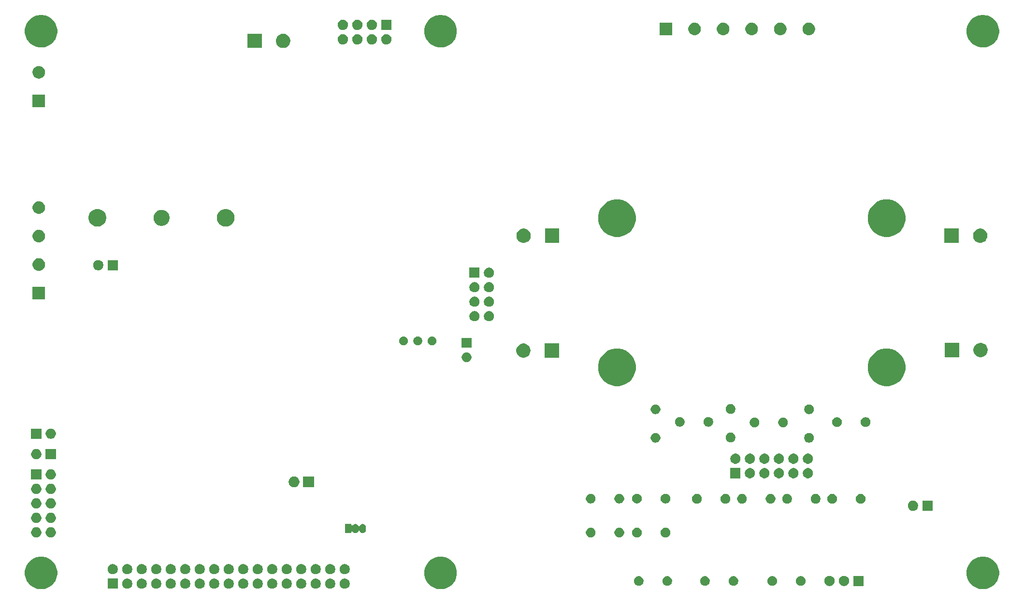
<source format=gbr>
G04 #@! TF.GenerationSoftware,KiCad,Pcbnew,(5.1.6)-1*
G04 #@! TF.CreationDate,2020-07-10T11:15:32+02:00*
G04 #@! TF.ProjectId,MukkeBox,4d756b6b-6542-46f7-982e-6b696361645f,rev?*
G04 #@! TF.SameCoordinates,Original*
G04 #@! TF.FileFunction,Soldermask,Bot*
G04 #@! TF.FilePolarity,Negative*
%FSLAX46Y46*%
G04 Gerber Fmt 4.6, Leading zero omitted, Abs format (unit mm)*
G04 Created by KiCad (PCBNEW (5.1.6)-1) date 2020-07-10 11:15:32*
%MOMM*%
%LPD*%
G01*
G04 APERTURE LIST*
%ADD10C,0.150000*%
G04 APERTURE END LIST*
D10*
G36*
X241297606Y-134342562D02*
G01*
X241816455Y-134557476D01*
X242283407Y-134869484D01*
X242680516Y-135266593D01*
X242992524Y-135733545D01*
X243207438Y-136252394D01*
X243317000Y-136803201D01*
X243317000Y-137364799D01*
X243207438Y-137915606D01*
X242992524Y-138434455D01*
X242783814Y-138746811D01*
X242701329Y-138870259D01*
X242680516Y-138901407D01*
X242283407Y-139298516D01*
X241816455Y-139610524D01*
X241297606Y-139825438D01*
X241022202Y-139880219D01*
X240746800Y-139935000D01*
X240185200Y-139935000D01*
X239909798Y-139880219D01*
X239634394Y-139825438D01*
X239115545Y-139610524D01*
X238648593Y-139298516D01*
X238251484Y-138901407D01*
X238230672Y-138870259D01*
X238148186Y-138746811D01*
X237939476Y-138434455D01*
X237724562Y-137915606D01*
X237615000Y-137364799D01*
X237615000Y-136803201D01*
X237724562Y-136252394D01*
X237939476Y-135733545D01*
X238251484Y-135266593D01*
X238648593Y-134869484D01*
X239115545Y-134557476D01*
X239634394Y-134342562D01*
X240185200Y-134233000D01*
X240746800Y-134233000D01*
X241297606Y-134342562D01*
G37*
G36*
X76297606Y-134342562D02*
G01*
X76816455Y-134557476D01*
X77283407Y-134869484D01*
X77680516Y-135266593D01*
X77992524Y-135733545D01*
X78207438Y-136252394D01*
X78317000Y-136803201D01*
X78317000Y-137364799D01*
X78207438Y-137915606D01*
X77992524Y-138434455D01*
X77783814Y-138746811D01*
X77701329Y-138870259D01*
X77680516Y-138901407D01*
X77283407Y-139298516D01*
X76816455Y-139610524D01*
X76297606Y-139825438D01*
X76022202Y-139880219D01*
X75746800Y-139935000D01*
X75185200Y-139935000D01*
X74909798Y-139880219D01*
X74634394Y-139825438D01*
X74115545Y-139610524D01*
X73648593Y-139298516D01*
X73251484Y-138901407D01*
X73230672Y-138870259D01*
X73148186Y-138746811D01*
X72939476Y-138434455D01*
X72724562Y-137915606D01*
X72615000Y-137364799D01*
X72615000Y-136803201D01*
X72724562Y-136252394D01*
X72939476Y-135733545D01*
X73251484Y-135266593D01*
X73648593Y-134869484D01*
X74115545Y-134557476D01*
X74634394Y-134342562D01*
X75185200Y-134233000D01*
X75746800Y-134233000D01*
X76297606Y-134342562D01*
G37*
G36*
X146297606Y-134342562D02*
G01*
X146816455Y-134557476D01*
X147283407Y-134869484D01*
X147680516Y-135266593D01*
X147992524Y-135733545D01*
X148207438Y-136252394D01*
X148317000Y-136803201D01*
X148317000Y-137364799D01*
X148207438Y-137915606D01*
X147992524Y-138434455D01*
X147783814Y-138746811D01*
X147701329Y-138870259D01*
X147680516Y-138901407D01*
X147283407Y-139298516D01*
X146816455Y-139610524D01*
X146297606Y-139825438D01*
X146022202Y-139880219D01*
X145746800Y-139935000D01*
X145185200Y-139935000D01*
X144909798Y-139880219D01*
X144634394Y-139825438D01*
X144115545Y-139610524D01*
X143648593Y-139298516D01*
X143251484Y-138901407D01*
X143230672Y-138870259D01*
X143148186Y-138746811D01*
X142939476Y-138434455D01*
X142724562Y-137915606D01*
X142615000Y-137364799D01*
X142615000Y-136803201D01*
X142724562Y-136252394D01*
X142939476Y-135733545D01*
X143251484Y-135266593D01*
X143648593Y-134869484D01*
X144115545Y-134557476D01*
X144634394Y-134342562D01*
X145185200Y-134233000D01*
X145746800Y-134233000D01*
X146297606Y-134342562D01*
G37*
G36*
X123689512Y-138062927D02*
G01*
X123838812Y-138092624D01*
X124002784Y-138160544D01*
X124150354Y-138259147D01*
X124275853Y-138384646D01*
X124374456Y-138532216D01*
X124442376Y-138696188D01*
X124477000Y-138870259D01*
X124477000Y-139047741D01*
X124442376Y-139221812D01*
X124374456Y-139385784D01*
X124275853Y-139533354D01*
X124150354Y-139658853D01*
X124002784Y-139757456D01*
X123838812Y-139825376D01*
X123689512Y-139855073D01*
X123664742Y-139860000D01*
X123487258Y-139860000D01*
X123462488Y-139855073D01*
X123313188Y-139825376D01*
X123149216Y-139757456D01*
X123001646Y-139658853D01*
X122876147Y-139533354D01*
X122777544Y-139385784D01*
X122709624Y-139221812D01*
X122675000Y-139047741D01*
X122675000Y-138870259D01*
X122709624Y-138696188D01*
X122777544Y-138532216D01*
X122876147Y-138384646D01*
X123001646Y-138259147D01*
X123149216Y-138160544D01*
X123313188Y-138092624D01*
X123462488Y-138062927D01*
X123487258Y-138058000D01*
X123664742Y-138058000D01*
X123689512Y-138062927D01*
G37*
G36*
X126229512Y-138062927D02*
G01*
X126378812Y-138092624D01*
X126542784Y-138160544D01*
X126690354Y-138259147D01*
X126815853Y-138384646D01*
X126914456Y-138532216D01*
X126982376Y-138696188D01*
X127017000Y-138870259D01*
X127017000Y-139047741D01*
X126982376Y-139221812D01*
X126914456Y-139385784D01*
X126815853Y-139533354D01*
X126690354Y-139658853D01*
X126542784Y-139757456D01*
X126378812Y-139825376D01*
X126229512Y-139855073D01*
X126204742Y-139860000D01*
X126027258Y-139860000D01*
X126002488Y-139855073D01*
X125853188Y-139825376D01*
X125689216Y-139757456D01*
X125541646Y-139658853D01*
X125416147Y-139533354D01*
X125317544Y-139385784D01*
X125249624Y-139221812D01*
X125215000Y-139047741D01*
X125215000Y-138870259D01*
X125249624Y-138696188D01*
X125317544Y-138532216D01*
X125416147Y-138384646D01*
X125541646Y-138259147D01*
X125689216Y-138160544D01*
X125853188Y-138092624D01*
X126002488Y-138062927D01*
X126027258Y-138058000D01*
X126204742Y-138058000D01*
X126229512Y-138062927D01*
G37*
G36*
X118609512Y-138062927D02*
G01*
X118758812Y-138092624D01*
X118922784Y-138160544D01*
X119070354Y-138259147D01*
X119195853Y-138384646D01*
X119294456Y-138532216D01*
X119362376Y-138696188D01*
X119397000Y-138870259D01*
X119397000Y-139047741D01*
X119362376Y-139221812D01*
X119294456Y-139385784D01*
X119195853Y-139533354D01*
X119070354Y-139658853D01*
X118922784Y-139757456D01*
X118758812Y-139825376D01*
X118609512Y-139855073D01*
X118584742Y-139860000D01*
X118407258Y-139860000D01*
X118382488Y-139855073D01*
X118233188Y-139825376D01*
X118069216Y-139757456D01*
X117921646Y-139658853D01*
X117796147Y-139533354D01*
X117697544Y-139385784D01*
X117629624Y-139221812D01*
X117595000Y-139047741D01*
X117595000Y-138870259D01*
X117629624Y-138696188D01*
X117697544Y-138532216D01*
X117796147Y-138384646D01*
X117921646Y-138259147D01*
X118069216Y-138160544D01*
X118233188Y-138092624D01*
X118382488Y-138062927D01*
X118407258Y-138058000D01*
X118584742Y-138058000D01*
X118609512Y-138062927D01*
G37*
G36*
X116069512Y-138062927D02*
G01*
X116218812Y-138092624D01*
X116382784Y-138160544D01*
X116530354Y-138259147D01*
X116655853Y-138384646D01*
X116754456Y-138532216D01*
X116822376Y-138696188D01*
X116857000Y-138870259D01*
X116857000Y-139047741D01*
X116822376Y-139221812D01*
X116754456Y-139385784D01*
X116655853Y-139533354D01*
X116530354Y-139658853D01*
X116382784Y-139757456D01*
X116218812Y-139825376D01*
X116069512Y-139855073D01*
X116044742Y-139860000D01*
X115867258Y-139860000D01*
X115842488Y-139855073D01*
X115693188Y-139825376D01*
X115529216Y-139757456D01*
X115381646Y-139658853D01*
X115256147Y-139533354D01*
X115157544Y-139385784D01*
X115089624Y-139221812D01*
X115055000Y-139047741D01*
X115055000Y-138870259D01*
X115089624Y-138696188D01*
X115157544Y-138532216D01*
X115256147Y-138384646D01*
X115381646Y-138259147D01*
X115529216Y-138160544D01*
X115693188Y-138092624D01*
X115842488Y-138062927D01*
X115867258Y-138058000D01*
X116044742Y-138058000D01*
X116069512Y-138062927D01*
G37*
G36*
X113529512Y-138062927D02*
G01*
X113678812Y-138092624D01*
X113842784Y-138160544D01*
X113990354Y-138259147D01*
X114115853Y-138384646D01*
X114214456Y-138532216D01*
X114282376Y-138696188D01*
X114317000Y-138870259D01*
X114317000Y-139047741D01*
X114282376Y-139221812D01*
X114214456Y-139385784D01*
X114115853Y-139533354D01*
X113990354Y-139658853D01*
X113842784Y-139757456D01*
X113678812Y-139825376D01*
X113529512Y-139855073D01*
X113504742Y-139860000D01*
X113327258Y-139860000D01*
X113302488Y-139855073D01*
X113153188Y-139825376D01*
X112989216Y-139757456D01*
X112841646Y-139658853D01*
X112716147Y-139533354D01*
X112617544Y-139385784D01*
X112549624Y-139221812D01*
X112515000Y-139047741D01*
X112515000Y-138870259D01*
X112549624Y-138696188D01*
X112617544Y-138532216D01*
X112716147Y-138384646D01*
X112841646Y-138259147D01*
X112989216Y-138160544D01*
X113153188Y-138092624D01*
X113302488Y-138062927D01*
X113327258Y-138058000D01*
X113504742Y-138058000D01*
X113529512Y-138062927D01*
G37*
G36*
X110989512Y-138062927D02*
G01*
X111138812Y-138092624D01*
X111302784Y-138160544D01*
X111450354Y-138259147D01*
X111575853Y-138384646D01*
X111674456Y-138532216D01*
X111742376Y-138696188D01*
X111777000Y-138870259D01*
X111777000Y-139047741D01*
X111742376Y-139221812D01*
X111674456Y-139385784D01*
X111575853Y-139533354D01*
X111450354Y-139658853D01*
X111302784Y-139757456D01*
X111138812Y-139825376D01*
X110989512Y-139855073D01*
X110964742Y-139860000D01*
X110787258Y-139860000D01*
X110762488Y-139855073D01*
X110613188Y-139825376D01*
X110449216Y-139757456D01*
X110301646Y-139658853D01*
X110176147Y-139533354D01*
X110077544Y-139385784D01*
X110009624Y-139221812D01*
X109975000Y-139047741D01*
X109975000Y-138870259D01*
X110009624Y-138696188D01*
X110077544Y-138532216D01*
X110176147Y-138384646D01*
X110301646Y-138259147D01*
X110449216Y-138160544D01*
X110613188Y-138092624D01*
X110762488Y-138062927D01*
X110787258Y-138058000D01*
X110964742Y-138058000D01*
X110989512Y-138062927D01*
G37*
G36*
X121149512Y-138062927D02*
G01*
X121298812Y-138092624D01*
X121462784Y-138160544D01*
X121610354Y-138259147D01*
X121735853Y-138384646D01*
X121834456Y-138532216D01*
X121902376Y-138696188D01*
X121937000Y-138870259D01*
X121937000Y-139047741D01*
X121902376Y-139221812D01*
X121834456Y-139385784D01*
X121735853Y-139533354D01*
X121610354Y-139658853D01*
X121462784Y-139757456D01*
X121298812Y-139825376D01*
X121149512Y-139855073D01*
X121124742Y-139860000D01*
X120947258Y-139860000D01*
X120922488Y-139855073D01*
X120773188Y-139825376D01*
X120609216Y-139757456D01*
X120461646Y-139658853D01*
X120336147Y-139533354D01*
X120237544Y-139385784D01*
X120169624Y-139221812D01*
X120135000Y-139047741D01*
X120135000Y-138870259D01*
X120169624Y-138696188D01*
X120237544Y-138532216D01*
X120336147Y-138384646D01*
X120461646Y-138259147D01*
X120609216Y-138160544D01*
X120773188Y-138092624D01*
X120922488Y-138062927D01*
X120947258Y-138058000D01*
X121124742Y-138058000D01*
X121149512Y-138062927D01*
G37*
G36*
X128769512Y-138062927D02*
G01*
X128918812Y-138092624D01*
X129082784Y-138160544D01*
X129230354Y-138259147D01*
X129355853Y-138384646D01*
X129454456Y-138532216D01*
X129522376Y-138696188D01*
X129557000Y-138870259D01*
X129557000Y-139047741D01*
X129522376Y-139221812D01*
X129454456Y-139385784D01*
X129355853Y-139533354D01*
X129230354Y-139658853D01*
X129082784Y-139757456D01*
X128918812Y-139825376D01*
X128769512Y-139855073D01*
X128744742Y-139860000D01*
X128567258Y-139860000D01*
X128542488Y-139855073D01*
X128393188Y-139825376D01*
X128229216Y-139757456D01*
X128081646Y-139658853D01*
X127956147Y-139533354D01*
X127857544Y-139385784D01*
X127789624Y-139221812D01*
X127755000Y-139047741D01*
X127755000Y-138870259D01*
X127789624Y-138696188D01*
X127857544Y-138532216D01*
X127956147Y-138384646D01*
X128081646Y-138259147D01*
X128229216Y-138160544D01*
X128393188Y-138092624D01*
X128542488Y-138062927D01*
X128567258Y-138058000D01*
X128744742Y-138058000D01*
X128769512Y-138062927D01*
G37*
G36*
X103369512Y-138062927D02*
G01*
X103518812Y-138092624D01*
X103682784Y-138160544D01*
X103830354Y-138259147D01*
X103955853Y-138384646D01*
X104054456Y-138532216D01*
X104122376Y-138696188D01*
X104157000Y-138870259D01*
X104157000Y-139047741D01*
X104122376Y-139221812D01*
X104054456Y-139385784D01*
X103955853Y-139533354D01*
X103830354Y-139658853D01*
X103682784Y-139757456D01*
X103518812Y-139825376D01*
X103369512Y-139855073D01*
X103344742Y-139860000D01*
X103167258Y-139860000D01*
X103142488Y-139855073D01*
X102993188Y-139825376D01*
X102829216Y-139757456D01*
X102681646Y-139658853D01*
X102556147Y-139533354D01*
X102457544Y-139385784D01*
X102389624Y-139221812D01*
X102355000Y-139047741D01*
X102355000Y-138870259D01*
X102389624Y-138696188D01*
X102457544Y-138532216D01*
X102556147Y-138384646D01*
X102681646Y-138259147D01*
X102829216Y-138160544D01*
X102993188Y-138092624D01*
X103142488Y-138062927D01*
X103167258Y-138058000D01*
X103344742Y-138058000D01*
X103369512Y-138062927D01*
G37*
G36*
X100829512Y-138062927D02*
G01*
X100978812Y-138092624D01*
X101142784Y-138160544D01*
X101290354Y-138259147D01*
X101415853Y-138384646D01*
X101514456Y-138532216D01*
X101582376Y-138696188D01*
X101617000Y-138870259D01*
X101617000Y-139047741D01*
X101582376Y-139221812D01*
X101514456Y-139385784D01*
X101415853Y-139533354D01*
X101290354Y-139658853D01*
X101142784Y-139757456D01*
X100978812Y-139825376D01*
X100829512Y-139855073D01*
X100804742Y-139860000D01*
X100627258Y-139860000D01*
X100602488Y-139855073D01*
X100453188Y-139825376D01*
X100289216Y-139757456D01*
X100141646Y-139658853D01*
X100016147Y-139533354D01*
X99917544Y-139385784D01*
X99849624Y-139221812D01*
X99815000Y-139047741D01*
X99815000Y-138870259D01*
X99849624Y-138696188D01*
X99917544Y-138532216D01*
X100016147Y-138384646D01*
X100141646Y-138259147D01*
X100289216Y-138160544D01*
X100453188Y-138092624D01*
X100602488Y-138062927D01*
X100627258Y-138058000D01*
X100804742Y-138058000D01*
X100829512Y-138062927D01*
G37*
G36*
X98289512Y-138062927D02*
G01*
X98438812Y-138092624D01*
X98602784Y-138160544D01*
X98750354Y-138259147D01*
X98875853Y-138384646D01*
X98974456Y-138532216D01*
X99042376Y-138696188D01*
X99077000Y-138870259D01*
X99077000Y-139047741D01*
X99042376Y-139221812D01*
X98974456Y-139385784D01*
X98875853Y-139533354D01*
X98750354Y-139658853D01*
X98602784Y-139757456D01*
X98438812Y-139825376D01*
X98289512Y-139855073D01*
X98264742Y-139860000D01*
X98087258Y-139860000D01*
X98062488Y-139855073D01*
X97913188Y-139825376D01*
X97749216Y-139757456D01*
X97601646Y-139658853D01*
X97476147Y-139533354D01*
X97377544Y-139385784D01*
X97309624Y-139221812D01*
X97275000Y-139047741D01*
X97275000Y-138870259D01*
X97309624Y-138696188D01*
X97377544Y-138532216D01*
X97476147Y-138384646D01*
X97601646Y-138259147D01*
X97749216Y-138160544D01*
X97913188Y-138092624D01*
X98062488Y-138062927D01*
X98087258Y-138058000D01*
X98264742Y-138058000D01*
X98289512Y-138062927D01*
G37*
G36*
X95749512Y-138062927D02*
G01*
X95898812Y-138092624D01*
X96062784Y-138160544D01*
X96210354Y-138259147D01*
X96335853Y-138384646D01*
X96434456Y-138532216D01*
X96502376Y-138696188D01*
X96537000Y-138870259D01*
X96537000Y-139047741D01*
X96502376Y-139221812D01*
X96434456Y-139385784D01*
X96335853Y-139533354D01*
X96210354Y-139658853D01*
X96062784Y-139757456D01*
X95898812Y-139825376D01*
X95749512Y-139855073D01*
X95724742Y-139860000D01*
X95547258Y-139860000D01*
X95522488Y-139855073D01*
X95373188Y-139825376D01*
X95209216Y-139757456D01*
X95061646Y-139658853D01*
X94936147Y-139533354D01*
X94837544Y-139385784D01*
X94769624Y-139221812D01*
X94735000Y-139047741D01*
X94735000Y-138870259D01*
X94769624Y-138696188D01*
X94837544Y-138532216D01*
X94936147Y-138384646D01*
X95061646Y-138259147D01*
X95209216Y-138160544D01*
X95373188Y-138092624D01*
X95522488Y-138062927D01*
X95547258Y-138058000D01*
X95724742Y-138058000D01*
X95749512Y-138062927D01*
G37*
G36*
X93209512Y-138062927D02*
G01*
X93358812Y-138092624D01*
X93522784Y-138160544D01*
X93670354Y-138259147D01*
X93795853Y-138384646D01*
X93894456Y-138532216D01*
X93962376Y-138696188D01*
X93997000Y-138870259D01*
X93997000Y-139047741D01*
X93962376Y-139221812D01*
X93894456Y-139385784D01*
X93795853Y-139533354D01*
X93670354Y-139658853D01*
X93522784Y-139757456D01*
X93358812Y-139825376D01*
X93209512Y-139855073D01*
X93184742Y-139860000D01*
X93007258Y-139860000D01*
X92982488Y-139855073D01*
X92833188Y-139825376D01*
X92669216Y-139757456D01*
X92521646Y-139658853D01*
X92396147Y-139533354D01*
X92297544Y-139385784D01*
X92229624Y-139221812D01*
X92195000Y-139047741D01*
X92195000Y-138870259D01*
X92229624Y-138696188D01*
X92297544Y-138532216D01*
X92396147Y-138384646D01*
X92521646Y-138259147D01*
X92669216Y-138160544D01*
X92833188Y-138092624D01*
X92982488Y-138062927D01*
X93007258Y-138058000D01*
X93184742Y-138058000D01*
X93209512Y-138062927D01*
G37*
G36*
X90669512Y-138062927D02*
G01*
X90818812Y-138092624D01*
X90982784Y-138160544D01*
X91130354Y-138259147D01*
X91255853Y-138384646D01*
X91354456Y-138532216D01*
X91422376Y-138696188D01*
X91457000Y-138870259D01*
X91457000Y-139047741D01*
X91422376Y-139221812D01*
X91354456Y-139385784D01*
X91255853Y-139533354D01*
X91130354Y-139658853D01*
X90982784Y-139757456D01*
X90818812Y-139825376D01*
X90669512Y-139855073D01*
X90644742Y-139860000D01*
X90467258Y-139860000D01*
X90442488Y-139855073D01*
X90293188Y-139825376D01*
X90129216Y-139757456D01*
X89981646Y-139658853D01*
X89856147Y-139533354D01*
X89757544Y-139385784D01*
X89689624Y-139221812D01*
X89655000Y-139047741D01*
X89655000Y-138870259D01*
X89689624Y-138696188D01*
X89757544Y-138532216D01*
X89856147Y-138384646D01*
X89981646Y-138259147D01*
X90129216Y-138160544D01*
X90293188Y-138092624D01*
X90442488Y-138062927D01*
X90467258Y-138058000D01*
X90644742Y-138058000D01*
X90669512Y-138062927D01*
G37*
G36*
X108449512Y-138062927D02*
G01*
X108598812Y-138092624D01*
X108762784Y-138160544D01*
X108910354Y-138259147D01*
X109035853Y-138384646D01*
X109134456Y-138532216D01*
X109202376Y-138696188D01*
X109237000Y-138870259D01*
X109237000Y-139047741D01*
X109202376Y-139221812D01*
X109134456Y-139385784D01*
X109035853Y-139533354D01*
X108910354Y-139658853D01*
X108762784Y-139757456D01*
X108598812Y-139825376D01*
X108449512Y-139855073D01*
X108424742Y-139860000D01*
X108247258Y-139860000D01*
X108222488Y-139855073D01*
X108073188Y-139825376D01*
X107909216Y-139757456D01*
X107761646Y-139658853D01*
X107636147Y-139533354D01*
X107537544Y-139385784D01*
X107469624Y-139221812D01*
X107435000Y-139047741D01*
X107435000Y-138870259D01*
X107469624Y-138696188D01*
X107537544Y-138532216D01*
X107636147Y-138384646D01*
X107761646Y-138259147D01*
X107909216Y-138160544D01*
X108073188Y-138092624D01*
X108222488Y-138062927D01*
X108247258Y-138058000D01*
X108424742Y-138058000D01*
X108449512Y-138062927D01*
G37*
G36*
X88917000Y-139860000D02*
G01*
X87115000Y-139860000D01*
X87115000Y-138058000D01*
X88917000Y-138058000D01*
X88917000Y-139860000D01*
G37*
G36*
X105909512Y-138062927D02*
G01*
X106058812Y-138092624D01*
X106222784Y-138160544D01*
X106370354Y-138259147D01*
X106495853Y-138384646D01*
X106594456Y-138532216D01*
X106662376Y-138696188D01*
X106697000Y-138870259D01*
X106697000Y-139047741D01*
X106662376Y-139221812D01*
X106594456Y-139385784D01*
X106495853Y-139533354D01*
X106370354Y-139658853D01*
X106222784Y-139757456D01*
X106058812Y-139825376D01*
X105909512Y-139855073D01*
X105884742Y-139860000D01*
X105707258Y-139860000D01*
X105682488Y-139855073D01*
X105533188Y-139825376D01*
X105369216Y-139757456D01*
X105221646Y-139658853D01*
X105096147Y-139533354D01*
X104997544Y-139385784D01*
X104929624Y-139221812D01*
X104895000Y-139047741D01*
X104895000Y-138870259D01*
X104929624Y-138696188D01*
X104997544Y-138532216D01*
X105096147Y-138384646D01*
X105221646Y-138259147D01*
X105369216Y-138160544D01*
X105533188Y-138092624D01*
X105682488Y-138062927D01*
X105707258Y-138058000D01*
X105884742Y-138058000D01*
X105909512Y-138062927D01*
G37*
G36*
X213699512Y-137587927D02*
G01*
X213848812Y-137617624D01*
X214012784Y-137685544D01*
X214160354Y-137784147D01*
X214285853Y-137909646D01*
X214384456Y-138057216D01*
X214452376Y-138221188D01*
X214487000Y-138395259D01*
X214487000Y-138572741D01*
X214452376Y-138746812D01*
X214384456Y-138910784D01*
X214285853Y-139058354D01*
X214160354Y-139183853D01*
X214012784Y-139282456D01*
X213848812Y-139350376D01*
X213699512Y-139380073D01*
X213674742Y-139385000D01*
X213497258Y-139385000D01*
X213472488Y-139380073D01*
X213323188Y-139350376D01*
X213159216Y-139282456D01*
X213011646Y-139183853D01*
X212886147Y-139058354D01*
X212787544Y-138910784D01*
X212719624Y-138746812D01*
X212685000Y-138572741D01*
X212685000Y-138395259D01*
X212719624Y-138221188D01*
X212787544Y-138057216D01*
X212886147Y-137909646D01*
X213011646Y-137784147D01*
X213159216Y-137685544D01*
X213323188Y-137617624D01*
X213472488Y-137587927D01*
X213497258Y-137583000D01*
X213674742Y-137583000D01*
X213699512Y-137587927D01*
G37*
G36*
X216239512Y-137587927D02*
G01*
X216388812Y-137617624D01*
X216552784Y-137685544D01*
X216700354Y-137784147D01*
X216825853Y-137909646D01*
X216924456Y-138057216D01*
X216992376Y-138221188D01*
X217027000Y-138395259D01*
X217027000Y-138572741D01*
X216992376Y-138746812D01*
X216924456Y-138910784D01*
X216825853Y-139058354D01*
X216700354Y-139183853D01*
X216552784Y-139282456D01*
X216388812Y-139350376D01*
X216239512Y-139380073D01*
X216214742Y-139385000D01*
X216037258Y-139385000D01*
X216012488Y-139380073D01*
X215863188Y-139350376D01*
X215699216Y-139282456D01*
X215551646Y-139183853D01*
X215426147Y-139058354D01*
X215327544Y-138910784D01*
X215259624Y-138746812D01*
X215225000Y-138572741D01*
X215225000Y-138395259D01*
X215259624Y-138221188D01*
X215327544Y-138057216D01*
X215426147Y-137909646D01*
X215551646Y-137784147D01*
X215699216Y-137685544D01*
X215863188Y-137617624D01*
X216012488Y-137587927D01*
X216037258Y-137583000D01*
X216214742Y-137583000D01*
X216239512Y-137587927D01*
G37*
G36*
X219567000Y-139385000D02*
G01*
X217765000Y-139385000D01*
X217765000Y-137583000D01*
X219567000Y-137583000D01*
X219567000Y-139385000D01*
G37*
G36*
X208814228Y-137681703D02*
G01*
X208969100Y-137745853D01*
X209108481Y-137838985D01*
X209227015Y-137957519D01*
X209320147Y-138096900D01*
X209384297Y-138251772D01*
X209417000Y-138416184D01*
X209417000Y-138583816D01*
X209384297Y-138748228D01*
X209320147Y-138903100D01*
X209227015Y-139042481D01*
X209108481Y-139161015D01*
X208969100Y-139254147D01*
X208814228Y-139318297D01*
X208649816Y-139351000D01*
X208482184Y-139351000D01*
X208317772Y-139318297D01*
X208162900Y-139254147D01*
X208023519Y-139161015D01*
X207904985Y-139042481D01*
X207811853Y-138903100D01*
X207747703Y-138748228D01*
X207715000Y-138583816D01*
X207715000Y-138416184D01*
X207747703Y-138251772D01*
X207811853Y-138096900D01*
X207904985Y-137957519D01*
X208023519Y-137838985D01*
X208162900Y-137745853D01*
X208317772Y-137681703D01*
X208482184Y-137649000D01*
X208649816Y-137649000D01*
X208814228Y-137681703D01*
G37*
G36*
X197014228Y-137681703D02*
G01*
X197169100Y-137745853D01*
X197308481Y-137838985D01*
X197427015Y-137957519D01*
X197520147Y-138096900D01*
X197584297Y-138251772D01*
X197617000Y-138416184D01*
X197617000Y-138583816D01*
X197584297Y-138748228D01*
X197520147Y-138903100D01*
X197427015Y-139042481D01*
X197308481Y-139161015D01*
X197169100Y-139254147D01*
X197014228Y-139318297D01*
X196849816Y-139351000D01*
X196682184Y-139351000D01*
X196517772Y-139318297D01*
X196362900Y-139254147D01*
X196223519Y-139161015D01*
X196104985Y-139042481D01*
X196011853Y-138903100D01*
X195947703Y-138748228D01*
X195915000Y-138583816D01*
X195915000Y-138416184D01*
X195947703Y-138251772D01*
X196011853Y-138096900D01*
X196104985Y-137957519D01*
X196223519Y-137838985D01*
X196362900Y-137745853D01*
X196517772Y-137681703D01*
X196682184Y-137649000D01*
X196849816Y-137649000D01*
X197014228Y-137681703D01*
G37*
G36*
X192014228Y-137681703D02*
G01*
X192169100Y-137745853D01*
X192308481Y-137838985D01*
X192427015Y-137957519D01*
X192520147Y-138096900D01*
X192584297Y-138251772D01*
X192617000Y-138416184D01*
X192617000Y-138583816D01*
X192584297Y-138748228D01*
X192520147Y-138903100D01*
X192427015Y-139042481D01*
X192308481Y-139161015D01*
X192169100Y-139254147D01*
X192014228Y-139318297D01*
X191849816Y-139351000D01*
X191682184Y-139351000D01*
X191517772Y-139318297D01*
X191362900Y-139254147D01*
X191223519Y-139161015D01*
X191104985Y-139042481D01*
X191011853Y-138903100D01*
X190947703Y-138748228D01*
X190915000Y-138583816D01*
X190915000Y-138416184D01*
X190947703Y-138251772D01*
X191011853Y-138096900D01*
X191104985Y-137957519D01*
X191223519Y-137838985D01*
X191362900Y-137745853D01*
X191517772Y-137681703D01*
X191682184Y-137649000D01*
X191849816Y-137649000D01*
X192014228Y-137681703D01*
G37*
G36*
X203814228Y-137681703D02*
G01*
X203969100Y-137745853D01*
X204108481Y-137838985D01*
X204227015Y-137957519D01*
X204320147Y-138096900D01*
X204384297Y-138251772D01*
X204417000Y-138416184D01*
X204417000Y-138583816D01*
X204384297Y-138748228D01*
X204320147Y-138903100D01*
X204227015Y-139042481D01*
X204108481Y-139161015D01*
X203969100Y-139254147D01*
X203814228Y-139318297D01*
X203649816Y-139351000D01*
X203482184Y-139351000D01*
X203317772Y-139318297D01*
X203162900Y-139254147D01*
X203023519Y-139161015D01*
X202904985Y-139042481D01*
X202811853Y-138903100D01*
X202747703Y-138748228D01*
X202715000Y-138583816D01*
X202715000Y-138416184D01*
X202747703Y-138251772D01*
X202811853Y-138096900D01*
X202904985Y-137957519D01*
X203023519Y-137838985D01*
X203162900Y-137745853D01*
X203317772Y-137681703D01*
X203482184Y-137649000D01*
X203649816Y-137649000D01*
X203814228Y-137681703D01*
G37*
G36*
X185414228Y-137681703D02*
G01*
X185569100Y-137745853D01*
X185708481Y-137838985D01*
X185827015Y-137957519D01*
X185920147Y-138096900D01*
X185984297Y-138251772D01*
X186017000Y-138416184D01*
X186017000Y-138583816D01*
X185984297Y-138748228D01*
X185920147Y-138903100D01*
X185827015Y-139042481D01*
X185708481Y-139161015D01*
X185569100Y-139254147D01*
X185414228Y-139318297D01*
X185249816Y-139351000D01*
X185082184Y-139351000D01*
X184917772Y-139318297D01*
X184762900Y-139254147D01*
X184623519Y-139161015D01*
X184504985Y-139042481D01*
X184411853Y-138903100D01*
X184347703Y-138748228D01*
X184315000Y-138583816D01*
X184315000Y-138416184D01*
X184347703Y-138251772D01*
X184411853Y-138096900D01*
X184504985Y-137957519D01*
X184623519Y-137838985D01*
X184762900Y-137745853D01*
X184917772Y-137681703D01*
X185082184Y-137649000D01*
X185249816Y-137649000D01*
X185414228Y-137681703D01*
G37*
G36*
X180414228Y-137681703D02*
G01*
X180569100Y-137745853D01*
X180708481Y-137838985D01*
X180827015Y-137957519D01*
X180920147Y-138096900D01*
X180984297Y-138251772D01*
X181017000Y-138416184D01*
X181017000Y-138583816D01*
X180984297Y-138748228D01*
X180920147Y-138903100D01*
X180827015Y-139042481D01*
X180708481Y-139161015D01*
X180569100Y-139254147D01*
X180414228Y-139318297D01*
X180249816Y-139351000D01*
X180082184Y-139351000D01*
X179917772Y-139318297D01*
X179762900Y-139254147D01*
X179623519Y-139161015D01*
X179504985Y-139042481D01*
X179411853Y-138903100D01*
X179347703Y-138748228D01*
X179315000Y-138583816D01*
X179315000Y-138416184D01*
X179347703Y-138251772D01*
X179411853Y-138096900D01*
X179504985Y-137957519D01*
X179623519Y-137838985D01*
X179762900Y-137745853D01*
X179917772Y-137681703D01*
X180082184Y-137649000D01*
X180249816Y-137649000D01*
X180414228Y-137681703D01*
G37*
G36*
X95749512Y-135522927D02*
G01*
X95898812Y-135552624D01*
X96062784Y-135620544D01*
X96210354Y-135719147D01*
X96335853Y-135844646D01*
X96434456Y-135992216D01*
X96502376Y-136156188D01*
X96537000Y-136330259D01*
X96537000Y-136507741D01*
X96502376Y-136681812D01*
X96434456Y-136845784D01*
X96335853Y-136993354D01*
X96210354Y-137118853D01*
X96062784Y-137217456D01*
X95898812Y-137285376D01*
X95749512Y-137315073D01*
X95724742Y-137320000D01*
X95547258Y-137320000D01*
X95522488Y-137315073D01*
X95373188Y-137285376D01*
X95209216Y-137217456D01*
X95061646Y-137118853D01*
X94936147Y-136993354D01*
X94837544Y-136845784D01*
X94769624Y-136681812D01*
X94735000Y-136507741D01*
X94735000Y-136330259D01*
X94769624Y-136156188D01*
X94837544Y-135992216D01*
X94936147Y-135844646D01*
X95061646Y-135719147D01*
X95209216Y-135620544D01*
X95373188Y-135552624D01*
X95522488Y-135522927D01*
X95547258Y-135518000D01*
X95724742Y-135518000D01*
X95749512Y-135522927D01*
G37*
G36*
X88129512Y-135522927D02*
G01*
X88278812Y-135552624D01*
X88442784Y-135620544D01*
X88590354Y-135719147D01*
X88715853Y-135844646D01*
X88814456Y-135992216D01*
X88882376Y-136156188D01*
X88917000Y-136330259D01*
X88917000Y-136507741D01*
X88882376Y-136681812D01*
X88814456Y-136845784D01*
X88715853Y-136993354D01*
X88590354Y-137118853D01*
X88442784Y-137217456D01*
X88278812Y-137285376D01*
X88129512Y-137315073D01*
X88104742Y-137320000D01*
X87927258Y-137320000D01*
X87902488Y-137315073D01*
X87753188Y-137285376D01*
X87589216Y-137217456D01*
X87441646Y-137118853D01*
X87316147Y-136993354D01*
X87217544Y-136845784D01*
X87149624Y-136681812D01*
X87115000Y-136507741D01*
X87115000Y-136330259D01*
X87149624Y-136156188D01*
X87217544Y-135992216D01*
X87316147Y-135844646D01*
X87441646Y-135719147D01*
X87589216Y-135620544D01*
X87753188Y-135552624D01*
X87902488Y-135522927D01*
X87927258Y-135518000D01*
X88104742Y-135518000D01*
X88129512Y-135522927D01*
G37*
G36*
X90669512Y-135522927D02*
G01*
X90818812Y-135552624D01*
X90982784Y-135620544D01*
X91130354Y-135719147D01*
X91255853Y-135844646D01*
X91354456Y-135992216D01*
X91422376Y-136156188D01*
X91457000Y-136330259D01*
X91457000Y-136507741D01*
X91422376Y-136681812D01*
X91354456Y-136845784D01*
X91255853Y-136993354D01*
X91130354Y-137118853D01*
X90982784Y-137217456D01*
X90818812Y-137285376D01*
X90669512Y-137315073D01*
X90644742Y-137320000D01*
X90467258Y-137320000D01*
X90442488Y-137315073D01*
X90293188Y-137285376D01*
X90129216Y-137217456D01*
X89981646Y-137118853D01*
X89856147Y-136993354D01*
X89757544Y-136845784D01*
X89689624Y-136681812D01*
X89655000Y-136507741D01*
X89655000Y-136330259D01*
X89689624Y-136156188D01*
X89757544Y-135992216D01*
X89856147Y-135844646D01*
X89981646Y-135719147D01*
X90129216Y-135620544D01*
X90293188Y-135552624D01*
X90442488Y-135522927D01*
X90467258Y-135518000D01*
X90644742Y-135518000D01*
X90669512Y-135522927D01*
G37*
G36*
X93209512Y-135522927D02*
G01*
X93358812Y-135552624D01*
X93522784Y-135620544D01*
X93670354Y-135719147D01*
X93795853Y-135844646D01*
X93894456Y-135992216D01*
X93962376Y-136156188D01*
X93997000Y-136330259D01*
X93997000Y-136507741D01*
X93962376Y-136681812D01*
X93894456Y-136845784D01*
X93795853Y-136993354D01*
X93670354Y-137118853D01*
X93522784Y-137217456D01*
X93358812Y-137285376D01*
X93209512Y-137315073D01*
X93184742Y-137320000D01*
X93007258Y-137320000D01*
X92982488Y-137315073D01*
X92833188Y-137285376D01*
X92669216Y-137217456D01*
X92521646Y-137118853D01*
X92396147Y-136993354D01*
X92297544Y-136845784D01*
X92229624Y-136681812D01*
X92195000Y-136507741D01*
X92195000Y-136330259D01*
X92229624Y-136156188D01*
X92297544Y-135992216D01*
X92396147Y-135844646D01*
X92521646Y-135719147D01*
X92669216Y-135620544D01*
X92833188Y-135552624D01*
X92982488Y-135522927D01*
X93007258Y-135518000D01*
X93184742Y-135518000D01*
X93209512Y-135522927D01*
G37*
G36*
X98289512Y-135522927D02*
G01*
X98438812Y-135552624D01*
X98602784Y-135620544D01*
X98750354Y-135719147D01*
X98875853Y-135844646D01*
X98974456Y-135992216D01*
X99042376Y-136156188D01*
X99077000Y-136330259D01*
X99077000Y-136507741D01*
X99042376Y-136681812D01*
X98974456Y-136845784D01*
X98875853Y-136993354D01*
X98750354Y-137118853D01*
X98602784Y-137217456D01*
X98438812Y-137285376D01*
X98289512Y-137315073D01*
X98264742Y-137320000D01*
X98087258Y-137320000D01*
X98062488Y-137315073D01*
X97913188Y-137285376D01*
X97749216Y-137217456D01*
X97601646Y-137118853D01*
X97476147Y-136993354D01*
X97377544Y-136845784D01*
X97309624Y-136681812D01*
X97275000Y-136507741D01*
X97275000Y-136330259D01*
X97309624Y-136156188D01*
X97377544Y-135992216D01*
X97476147Y-135844646D01*
X97601646Y-135719147D01*
X97749216Y-135620544D01*
X97913188Y-135552624D01*
X98062488Y-135522927D01*
X98087258Y-135518000D01*
X98264742Y-135518000D01*
X98289512Y-135522927D01*
G37*
G36*
X100829512Y-135522927D02*
G01*
X100978812Y-135552624D01*
X101142784Y-135620544D01*
X101290354Y-135719147D01*
X101415853Y-135844646D01*
X101514456Y-135992216D01*
X101582376Y-136156188D01*
X101617000Y-136330259D01*
X101617000Y-136507741D01*
X101582376Y-136681812D01*
X101514456Y-136845784D01*
X101415853Y-136993354D01*
X101290354Y-137118853D01*
X101142784Y-137217456D01*
X100978812Y-137285376D01*
X100829512Y-137315073D01*
X100804742Y-137320000D01*
X100627258Y-137320000D01*
X100602488Y-137315073D01*
X100453188Y-137285376D01*
X100289216Y-137217456D01*
X100141646Y-137118853D01*
X100016147Y-136993354D01*
X99917544Y-136845784D01*
X99849624Y-136681812D01*
X99815000Y-136507741D01*
X99815000Y-136330259D01*
X99849624Y-136156188D01*
X99917544Y-135992216D01*
X100016147Y-135844646D01*
X100141646Y-135719147D01*
X100289216Y-135620544D01*
X100453188Y-135552624D01*
X100602488Y-135522927D01*
X100627258Y-135518000D01*
X100804742Y-135518000D01*
X100829512Y-135522927D01*
G37*
G36*
X103369512Y-135522927D02*
G01*
X103518812Y-135552624D01*
X103682784Y-135620544D01*
X103830354Y-135719147D01*
X103955853Y-135844646D01*
X104054456Y-135992216D01*
X104122376Y-136156188D01*
X104157000Y-136330259D01*
X104157000Y-136507741D01*
X104122376Y-136681812D01*
X104054456Y-136845784D01*
X103955853Y-136993354D01*
X103830354Y-137118853D01*
X103682784Y-137217456D01*
X103518812Y-137285376D01*
X103369512Y-137315073D01*
X103344742Y-137320000D01*
X103167258Y-137320000D01*
X103142488Y-137315073D01*
X102993188Y-137285376D01*
X102829216Y-137217456D01*
X102681646Y-137118853D01*
X102556147Y-136993354D01*
X102457544Y-136845784D01*
X102389624Y-136681812D01*
X102355000Y-136507741D01*
X102355000Y-136330259D01*
X102389624Y-136156188D01*
X102457544Y-135992216D01*
X102556147Y-135844646D01*
X102681646Y-135719147D01*
X102829216Y-135620544D01*
X102993188Y-135552624D01*
X103142488Y-135522927D01*
X103167258Y-135518000D01*
X103344742Y-135518000D01*
X103369512Y-135522927D01*
G37*
G36*
X105909512Y-135522927D02*
G01*
X106058812Y-135552624D01*
X106222784Y-135620544D01*
X106370354Y-135719147D01*
X106495853Y-135844646D01*
X106594456Y-135992216D01*
X106662376Y-136156188D01*
X106697000Y-136330259D01*
X106697000Y-136507741D01*
X106662376Y-136681812D01*
X106594456Y-136845784D01*
X106495853Y-136993354D01*
X106370354Y-137118853D01*
X106222784Y-137217456D01*
X106058812Y-137285376D01*
X105909512Y-137315073D01*
X105884742Y-137320000D01*
X105707258Y-137320000D01*
X105682488Y-137315073D01*
X105533188Y-137285376D01*
X105369216Y-137217456D01*
X105221646Y-137118853D01*
X105096147Y-136993354D01*
X104997544Y-136845784D01*
X104929624Y-136681812D01*
X104895000Y-136507741D01*
X104895000Y-136330259D01*
X104929624Y-136156188D01*
X104997544Y-135992216D01*
X105096147Y-135844646D01*
X105221646Y-135719147D01*
X105369216Y-135620544D01*
X105533188Y-135552624D01*
X105682488Y-135522927D01*
X105707258Y-135518000D01*
X105884742Y-135518000D01*
X105909512Y-135522927D01*
G37*
G36*
X110989512Y-135522927D02*
G01*
X111138812Y-135552624D01*
X111302784Y-135620544D01*
X111450354Y-135719147D01*
X111575853Y-135844646D01*
X111674456Y-135992216D01*
X111742376Y-136156188D01*
X111777000Y-136330259D01*
X111777000Y-136507741D01*
X111742376Y-136681812D01*
X111674456Y-136845784D01*
X111575853Y-136993354D01*
X111450354Y-137118853D01*
X111302784Y-137217456D01*
X111138812Y-137285376D01*
X110989512Y-137315073D01*
X110964742Y-137320000D01*
X110787258Y-137320000D01*
X110762488Y-137315073D01*
X110613188Y-137285376D01*
X110449216Y-137217456D01*
X110301646Y-137118853D01*
X110176147Y-136993354D01*
X110077544Y-136845784D01*
X110009624Y-136681812D01*
X109975000Y-136507741D01*
X109975000Y-136330259D01*
X110009624Y-136156188D01*
X110077544Y-135992216D01*
X110176147Y-135844646D01*
X110301646Y-135719147D01*
X110449216Y-135620544D01*
X110613188Y-135552624D01*
X110762488Y-135522927D01*
X110787258Y-135518000D01*
X110964742Y-135518000D01*
X110989512Y-135522927D01*
G37*
G36*
X108449512Y-135522927D02*
G01*
X108598812Y-135552624D01*
X108762784Y-135620544D01*
X108910354Y-135719147D01*
X109035853Y-135844646D01*
X109134456Y-135992216D01*
X109202376Y-136156188D01*
X109237000Y-136330259D01*
X109237000Y-136507741D01*
X109202376Y-136681812D01*
X109134456Y-136845784D01*
X109035853Y-136993354D01*
X108910354Y-137118853D01*
X108762784Y-137217456D01*
X108598812Y-137285376D01*
X108449512Y-137315073D01*
X108424742Y-137320000D01*
X108247258Y-137320000D01*
X108222488Y-137315073D01*
X108073188Y-137285376D01*
X107909216Y-137217456D01*
X107761646Y-137118853D01*
X107636147Y-136993354D01*
X107537544Y-136845784D01*
X107469624Y-136681812D01*
X107435000Y-136507741D01*
X107435000Y-136330259D01*
X107469624Y-136156188D01*
X107537544Y-135992216D01*
X107636147Y-135844646D01*
X107761646Y-135719147D01*
X107909216Y-135620544D01*
X108073188Y-135552624D01*
X108222488Y-135522927D01*
X108247258Y-135518000D01*
X108424742Y-135518000D01*
X108449512Y-135522927D01*
G37*
G36*
X123689512Y-135522927D02*
G01*
X123838812Y-135552624D01*
X124002784Y-135620544D01*
X124150354Y-135719147D01*
X124275853Y-135844646D01*
X124374456Y-135992216D01*
X124442376Y-136156188D01*
X124477000Y-136330259D01*
X124477000Y-136507741D01*
X124442376Y-136681812D01*
X124374456Y-136845784D01*
X124275853Y-136993354D01*
X124150354Y-137118853D01*
X124002784Y-137217456D01*
X123838812Y-137285376D01*
X123689512Y-137315073D01*
X123664742Y-137320000D01*
X123487258Y-137320000D01*
X123462488Y-137315073D01*
X123313188Y-137285376D01*
X123149216Y-137217456D01*
X123001646Y-137118853D01*
X122876147Y-136993354D01*
X122777544Y-136845784D01*
X122709624Y-136681812D01*
X122675000Y-136507741D01*
X122675000Y-136330259D01*
X122709624Y-136156188D01*
X122777544Y-135992216D01*
X122876147Y-135844646D01*
X123001646Y-135719147D01*
X123149216Y-135620544D01*
X123313188Y-135552624D01*
X123462488Y-135522927D01*
X123487258Y-135518000D01*
X123664742Y-135518000D01*
X123689512Y-135522927D01*
G37*
G36*
X121149512Y-135522927D02*
G01*
X121298812Y-135552624D01*
X121462784Y-135620544D01*
X121610354Y-135719147D01*
X121735853Y-135844646D01*
X121834456Y-135992216D01*
X121902376Y-136156188D01*
X121937000Y-136330259D01*
X121937000Y-136507741D01*
X121902376Y-136681812D01*
X121834456Y-136845784D01*
X121735853Y-136993354D01*
X121610354Y-137118853D01*
X121462784Y-137217456D01*
X121298812Y-137285376D01*
X121149512Y-137315073D01*
X121124742Y-137320000D01*
X120947258Y-137320000D01*
X120922488Y-137315073D01*
X120773188Y-137285376D01*
X120609216Y-137217456D01*
X120461646Y-137118853D01*
X120336147Y-136993354D01*
X120237544Y-136845784D01*
X120169624Y-136681812D01*
X120135000Y-136507741D01*
X120135000Y-136330259D01*
X120169624Y-136156188D01*
X120237544Y-135992216D01*
X120336147Y-135844646D01*
X120461646Y-135719147D01*
X120609216Y-135620544D01*
X120773188Y-135552624D01*
X120922488Y-135522927D01*
X120947258Y-135518000D01*
X121124742Y-135518000D01*
X121149512Y-135522927D01*
G37*
G36*
X118609512Y-135522927D02*
G01*
X118758812Y-135552624D01*
X118922784Y-135620544D01*
X119070354Y-135719147D01*
X119195853Y-135844646D01*
X119294456Y-135992216D01*
X119362376Y-136156188D01*
X119397000Y-136330259D01*
X119397000Y-136507741D01*
X119362376Y-136681812D01*
X119294456Y-136845784D01*
X119195853Y-136993354D01*
X119070354Y-137118853D01*
X118922784Y-137217456D01*
X118758812Y-137285376D01*
X118609512Y-137315073D01*
X118584742Y-137320000D01*
X118407258Y-137320000D01*
X118382488Y-137315073D01*
X118233188Y-137285376D01*
X118069216Y-137217456D01*
X117921646Y-137118853D01*
X117796147Y-136993354D01*
X117697544Y-136845784D01*
X117629624Y-136681812D01*
X117595000Y-136507741D01*
X117595000Y-136330259D01*
X117629624Y-136156188D01*
X117697544Y-135992216D01*
X117796147Y-135844646D01*
X117921646Y-135719147D01*
X118069216Y-135620544D01*
X118233188Y-135552624D01*
X118382488Y-135522927D01*
X118407258Y-135518000D01*
X118584742Y-135518000D01*
X118609512Y-135522927D01*
G37*
G36*
X128769512Y-135522927D02*
G01*
X128918812Y-135552624D01*
X129082784Y-135620544D01*
X129230354Y-135719147D01*
X129355853Y-135844646D01*
X129454456Y-135992216D01*
X129522376Y-136156188D01*
X129557000Y-136330259D01*
X129557000Y-136507741D01*
X129522376Y-136681812D01*
X129454456Y-136845784D01*
X129355853Y-136993354D01*
X129230354Y-137118853D01*
X129082784Y-137217456D01*
X128918812Y-137285376D01*
X128769512Y-137315073D01*
X128744742Y-137320000D01*
X128567258Y-137320000D01*
X128542488Y-137315073D01*
X128393188Y-137285376D01*
X128229216Y-137217456D01*
X128081646Y-137118853D01*
X127956147Y-136993354D01*
X127857544Y-136845784D01*
X127789624Y-136681812D01*
X127755000Y-136507741D01*
X127755000Y-136330259D01*
X127789624Y-136156188D01*
X127857544Y-135992216D01*
X127956147Y-135844646D01*
X128081646Y-135719147D01*
X128229216Y-135620544D01*
X128393188Y-135552624D01*
X128542488Y-135522927D01*
X128567258Y-135518000D01*
X128744742Y-135518000D01*
X128769512Y-135522927D01*
G37*
G36*
X116069512Y-135522927D02*
G01*
X116218812Y-135552624D01*
X116382784Y-135620544D01*
X116530354Y-135719147D01*
X116655853Y-135844646D01*
X116754456Y-135992216D01*
X116822376Y-136156188D01*
X116857000Y-136330259D01*
X116857000Y-136507741D01*
X116822376Y-136681812D01*
X116754456Y-136845784D01*
X116655853Y-136993354D01*
X116530354Y-137118853D01*
X116382784Y-137217456D01*
X116218812Y-137285376D01*
X116069512Y-137315073D01*
X116044742Y-137320000D01*
X115867258Y-137320000D01*
X115842488Y-137315073D01*
X115693188Y-137285376D01*
X115529216Y-137217456D01*
X115381646Y-137118853D01*
X115256147Y-136993354D01*
X115157544Y-136845784D01*
X115089624Y-136681812D01*
X115055000Y-136507741D01*
X115055000Y-136330259D01*
X115089624Y-136156188D01*
X115157544Y-135992216D01*
X115256147Y-135844646D01*
X115381646Y-135719147D01*
X115529216Y-135620544D01*
X115693188Y-135552624D01*
X115842488Y-135522927D01*
X115867258Y-135518000D01*
X116044742Y-135518000D01*
X116069512Y-135522927D01*
G37*
G36*
X113529512Y-135522927D02*
G01*
X113678812Y-135552624D01*
X113842784Y-135620544D01*
X113990354Y-135719147D01*
X114115853Y-135844646D01*
X114214456Y-135992216D01*
X114282376Y-136156188D01*
X114317000Y-136330259D01*
X114317000Y-136507741D01*
X114282376Y-136681812D01*
X114214456Y-136845784D01*
X114115853Y-136993354D01*
X113990354Y-137118853D01*
X113842784Y-137217456D01*
X113678812Y-137285376D01*
X113529512Y-137315073D01*
X113504742Y-137320000D01*
X113327258Y-137320000D01*
X113302488Y-137315073D01*
X113153188Y-137285376D01*
X112989216Y-137217456D01*
X112841646Y-137118853D01*
X112716147Y-136993354D01*
X112617544Y-136845784D01*
X112549624Y-136681812D01*
X112515000Y-136507741D01*
X112515000Y-136330259D01*
X112549624Y-136156188D01*
X112617544Y-135992216D01*
X112716147Y-135844646D01*
X112841646Y-135719147D01*
X112989216Y-135620544D01*
X113153188Y-135552624D01*
X113302488Y-135522927D01*
X113327258Y-135518000D01*
X113504742Y-135518000D01*
X113529512Y-135522927D01*
G37*
G36*
X126229512Y-135522927D02*
G01*
X126378812Y-135552624D01*
X126542784Y-135620544D01*
X126690354Y-135719147D01*
X126815853Y-135844646D01*
X126914456Y-135992216D01*
X126982376Y-136156188D01*
X127017000Y-136330259D01*
X127017000Y-136507741D01*
X126982376Y-136681812D01*
X126914456Y-136845784D01*
X126815853Y-136993354D01*
X126690354Y-137118853D01*
X126542784Y-137217456D01*
X126378812Y-137285376D01*
X126229512Y-137315073D01*
X126204742Y-137320000D01*
X126027258Y-137320000D01*
X126002488Y-137315073D01*
X125853188Y-137285376D01*
X125689216Y-137217456D01*
X125541646Y-137118853D01*
X125416147Y-136993354D01*
X125317544Y-136845784D01*
X125249624Y-136681812D01*
X125215000Y-136507741D01*
X125215000Y-136330259D01*
X125249624Y-136156188D01*
X125317544Y-135992216D01*
X125416147Y-135844646D01*
X125541646Y-135719147D01*
X125689216Y-135620544D01*
X125853188Y-135552624D01*
X126002488Y-135522927D01*
X126027258Y-135518000D01*
X126204742Y-135518000D01*
X126229512Y-135522927D01*
G37*
G36*
X77269512Y-129072927D02*
G01*
X77418812Y-129102624D01*
X77582784Y-129170544D01*
X77730354Y-129269147D01*
X77855853Y-129394646D01*
X77954456Y-129542216D01*
X78022376Y-129706188D01*
X78057000Y-129880259D01*
X78057000Y-130057741D01*
X78022376Y-130231812D01*
X77954456Y-130395784D01*
X77855853Y-130543354D01*
X77730354Y-130668853D01*
X77582784Y-130767456D01*
X77418812Y-130835376D01*
X77269512Y-130865073D01*
X77244742Y-130870000D01*
X77067258Y-130870000D01*
X77042488Y-130865073D01*
X76893188Y-130835376D01*
X76729216Y-130767456D01*
X76581646Y-130668853D01*
X76456147Y-130543354D01*
X76357544Y-130395784D01*
X76289624Y-130231812D01*
X76255000Y-130057741D01*
X76255000Y-129880259D01*
X76289624Y-129706188D01*
X76357544Y-129542216D01*
X76456147Y-129394646D01*
X76581646Y-129269147D01*
X76729216Y-129170544D01*
X76893188Y-129102624D01*
X77042488Y-129072927D01*
X77067258Y-129068000D01*
X77244742Y-129068000D01*
X77269512Y-129072927D01*
G37*
G36*
X74729512Y-129072927D02*
G01*
X74878812Y-129102624D01*
X75042784Y-129170544D01*
X75190354Y-129269147D01*
X75315853Y-129394646D01*
X75414456Y-129542216D01*
X75482376Y-129706188D01*
X75517000Y-129880259D01*
X75517000Y-130057741D01*
X75482376Y-130231812D01*
X75414456Y-130395784D01*
X75315853Y-130543354D01*
X75190354Y-130668853D01*
X75042784Y-130767456D01*
X74878812Y-130835376D01*
X74729512Y-130865073D01*
X74704742Y-130870000D01*
X74527258Y-130870000D01*
X74502488Y-130865073D01*
X74353188Y-130835376D01*
X74189216Y-130767456D01*
X74041646Y-130668853D01*
X73916147Y-130543354D01*
X73817544Y-130395784D01*
X73749624Y-130231812D01*
X73715000Y-130057741D01*
X73715000Y-129880259D01*
X73749624Y-129706188D01*
X73817544Y-129542216D01*
X73916147Y-129394646D01*
X74041646Y-129269147D01*
X74189216Y-129170544D01*
X74353188Y-129102624D01*
X74502488Y-129072927D01*
X74527258Y-129068000D01*
X74704742Y-129068000D01*
X74729512Y-129072927D01*
G37*
G36*
X185114228Y-129181703D02*
G01*
X185269100Y-129245853D01*
X185408481Y-129338985D01*
X185527015Y-129457519D01*
X185620147Y-129596900D01*
X185684297Y-129751772D01*
X185717000Y-129916184D01*
X185717000Y-130083816D01*
X185684297Y-130248228D01*
X185620147Y-130403100D01*
X185527015Y-130542481D01*
X185408481Y-130661015D01*
X185269100Y-130754147D01*
X185114228Y-130818297D01*
X184949816Y-130851000D01*
X184782184Y-130851000D01*
X184617772Y-130818297D01*
X184462900Y-130754147D01*
X184323519Y-130661015D01*
X184204985Y-130542481D01*
X184111853Y-130403100D01*
X184047703Y-130248228D01*
X184015000Y-130083816D01*
X184015000Y-129916184D01*
X184047703Y-129751772D01*
X184111853Y-129596900D01*
X184204985Y-129457519D01*
X184323519Y-129338985D01*
X184462900Y-129245853D01*
X184617772Y-129181703D01*
X184782184Y-129149000D01*
X184949816Y-129149000D01*
X185114228Y-129181703D01*
G37*
G36*
X172014228Y-129181703D02*
G01*
X172169100Y-129245853D01*
X172308481Y-129338985D01*
X172427015Y-129457519D01*
X172520147Y-129596900D01*
X172584297Y-129751772D01*
X172617000Y-129916184D01*
X172617000Y-130083816D01*
X172584297Y-130248228D01*
X172520147Y-130403100D01*
X172427015Y-130542481D01*
X172308481Y-130661015D01*
X172169100Y-130754147D01*
X172014228Y-130818297D01*
X171849816Y-130851000D01*
X171682184Y-130851000D01*
X171517772Y-130818297D01*
X171362900Y-130754147D01*
X171223519Y-130661015D01*
X171104985Y-130542481D01*
X171011853Y-130403100D01*
X170947703Y-130248228D01*
X170915000Y-130083816D01*
X170915000Y-129916184D01*
X170947703Y-129751772D01*
X171011853Y-129596900D01*
X171104985Y-129457519D01*
X171223519Y-129338985D01*
X171362900Y-129245853D01*
X171517772Y-129181703D01*
X171682184Y-129149000D01*
X171849816Y-129149000D01*
X172014228Y-129181703D01*
G37*
G36*
X177014228Y-129181703D02*
G01*
X177169100Y-129245853D01*
X177308481Y-129338985D01*
X177427015Y-129457519D01*
X177520147Y-129596900D01*
X177584297Y-129751772D01*
X177617000Y-129916184D01*
X177617000Y-130083816D01*
X177584297Y-130248228D01*
X177520147Y-130403100D01*
X177427015Y-130542481D01*
X177308481Y-130661015D01*
X177169100Y-130754147D01*
X177014228Y-130818297D01*
X176849816Y-130851000D01*
X176682184Y-130851000D01*
X176517772Y-130818297D01*
X176362900Y-130754147D01*
X176223519Y-130661015D01*
X176104985Y-130542481D01*
X176011853Y-130403100D01*
X175947703Y-130248228D01*
X175915000Y-130083816D01*
X175915000Y-129916184D01*
X175947703Y-129751772D01*
X176011853Y-129596900D01*
X176104985Y-129457519D01*
X176223519Y-129338985D01*
X176362900Y-129245853D01*
X176517772Y-129181703D01*
X176682184Y-129149000D01*
X176849816Y-129149000D01*
X177014228Y-129181703D01*
G37*
G36*
X180114228Y-129181703D02*
G01*
X180269100Y-129245853D01*
X180408481Y-129338985D01*
X180527015Y-129457519D01*
X180620147Y-129596900D01*
X180684297Y-129751772D01*
X180717000Y-129916184D01*
X180717000Y-130083816D01*
X180684297Y-130248228D01*
X180620147Y-130403100D01*
X180527015Y-130542481D01*
X180408481Y-130661015D01*
X180269100Y-130754147D01*
X180114228Y-130818297D01*
X179949816Y-130851000D01*
X179782184Y-130851000D01*
X179617772Y-130818297D01*
X179462900Y-130754147D01*
X179323519Y-130661015D01*
X179204985Y-130542481D01*
X179111853Y-130403100D01*
X179047703Y-130248228D01*
X179015000Y-130083816D01*
X179015000Y-129916184D01*
X179047703Y-129751772D01*
X179111853Y-129596900D01*
X179204985Y-129457519D01*
X179323519Y-129338985D01*
X179462900Y-129245853D01*
X179617772Y-129181703D01*
X179782184Y-129149000D01*
X179949816Y-129149000D01*
X180114228Y-129181703D01*
G37*
G36*
X131918915Y-128491334D02*
G01*
X132027491Y-128524271D01*
X132027494Y-128524272D01*
X132063600Y-128543571D01*
X132127556Y-128577756D01*
X132215264Y-128649736D01*
X132287244Y-128737443D01*
X132321429Y-128801399D01*
X132340728Y-128837505D01*
X132340729Y-128837508D01*
X132373666Y-128946084D01*
X132382000Y-129030702D01*
X132382000Y-129537297D01*
X132373666Y-129621916D01*
X132341252Y-129728767D01*
X132340728Y-129730495D01*
X132329355Y-129751772D01*
X132287244Y-129830557D01*
X132215264Y-129918264D01*
X132127557Y-129990244D01*
X132063601Y-130024429D01*
X132027495Y-130043728D01*
X132027492Y-130043729D01*
X131918916Y-130076666D01*
X131806000Y-130087787D01*
X131693085Y-130076666D01*
X131584509Y-130043729D01*
X131584506Y-130043728D01*
X131548400Y-130024429D01*
X131484444Y-129990244D01*
X131396737Y-129918264D01*
X131324757Y-129830557D01*
X131281239Y-129749141D01*
X131267625Y-129728766D01*
X131250298Y-129711439D01*
X131229924Y-129697826D01*
X131207285Y-129688448D01*
X131183252Y-129683668D01*
X131158748Y-129683668D01*
X131134715Y-129688448D01*
X131112076Y-129697826D01*
X131091701Y-129711440D01*
X131074374Y-129728767D01*
X131060761Y-129749141D01*
X131017244Y-129830557D01*
X130945264Y-129918264D01*
X130857557Y-129990244D01*
X130793601Y-130024429D01*
X130757495Y-130043728D01*
X130757492Y-130043729D01*
X130648916Y-130076666D01*
X130536000Y-130087787D01*
X130423085Y-130076666D01*
X130314509Y-130043729D01*
X130314506Y-130043728D01*
X130278400Y-130024429D01*
X130214444Y-129990244D01*
X130126737Y-129918264D01*
X130063622Y-129841359D01*
X130046297Y-129824034D01*
X130025923Y-129810420D01*
X130003284Y-129801043D01*
X129979250Y-129796263D01*
X129954746Y-129796263D01*
X129930713Y-129801044D01*
X129908074Y-129810421D01*
X129887700Y-129824035D01*
X129870373Y-129841362D01*
X129856759Y-129861736D01*
X129847382Y-129884375D01*
X129842000Y-129920660D01*
X129842000Y-130085000D01*
X128690000Y-130085000D01*
X128690000Y-128483000D01*
X129842000Y-128483000D01*
X129842000Y-128647341D01*
X129844402Y-128671727D01*
X129851515Y-128695176D01*
X129863066Y-128716787D01*
X129878611Y-128735729D01*
X129897553Y-128751274D01*
X129919164Y-128762825D01*
X129942613Y-128769938D01*
X129966999Y-128772340D01*
X129991385Y-128769938D01*
X130014834Y-128762825D01*
X130036445Y-128751274D01*
X130055387Y-128735729D01*
X130063608Y-128726657D01*
X130126736Y-128649736D01*
X130214443Y-128577756D01*
X130278399Y-128543571D01*
X130314505Y-128524272D01*
X130314508Y-128524271D01*
X130423084Y-128491334D01*
X130536000Y-128480213D01*
X130648915Y-128491334D01*
X130757491Y-128524271D01*
X130757494Y-128524272D01*
X130793600Y-128543571D01*
X130857556Y-128577756D01*
X130945264Y-128649736D01*
X131017244Y-128737443D01*
X131060761Y-128818859D01*
X131074375Y-128839234D01*
X131091702Y-128856561D01*
X131112076Y-128870174D01*
X131134715Y-128879552D01*
X131158748Y-128884332D01*
X131183252Y-128884332D01*
X131207285Y-128879552D01*
X131229924Y-128870174D01*
X131250299Y-128856560D01*
X131267626Y-128839233D01*
X131281239Y-128818860D01*
X131324756Y-128737444D01*
X131396736Y-128649736D01*
X131484443Y-128577756D01*
X131548399Y-128543571D01*
X131584505Y-128524272D01*
X131584508Y-128524271D01*
X131693084Y-128491334D01*
X131806000Y-128480213D01*
X131918915Y-128491334D01*
G37*
G36*
X77269512Y-126532927D02*
G01*
X77418812Y-126562624D01*
X77582784Y-126630544D01*
X77730354Y-126729147D01*
X77855853Y-126854646D01*
X77954456Y-127002216D01*
X78022376Y-127166188D01*
X78057000Y-127340259D01*
X78057000Y-127517741D01*
X78022376Y-127691812D01*
X77954456Y-127855784D01*
X77855853Y-128003354D01*
X77730354Y-128128853D01*
X77582784Y-128227456D01*
X77418812Y-128295376D01*
X77269512Y-128325073D01*
X77244742Y-128330000D01*
X77067258Y-128330000D01*
X77042488Y-128325073D01*
X76893188Y-128295376D01*
X76729216Y-128227456D01*
X76581646Y-128128853D01*
X76456147Y-128003354D01*
X76357544Y-127855784D01*
X76289624Y-127691812D01*
X76255000Y-127517741D01*
X76255000Y-127340259D01*
X76289624Y-127166188D01*
X76357544Y-127002216D01*
X76456147Y-126854646D01*
X76581646Y-126729147D01*
X76729216Y-126630544D01*
X76893188Y-126562624D01*
X77042488Y-126532927D01*
X77067258Y-126528000D01*
X77244742Y-126528000D01*
X77269512Y-126532927D01*
G37*
G36*
X74729512Y-126532927D02*
G01*
X74878812Y-126562624D01*
X75042784Y-126630544D01*
X75190354Y-126729147D01*
X75315853Y-126854646D01*
X75414456Y-127002216D01*
X75482376Y-127166188D01*
X75517000Y-127340259D01*
X75517000Y-127517741D01*
X75482376Y-127691812D01*
X75414456Y-127855784D01*
X75315853Y-128003354D01*
X75190354Y-128128853D01*
X75042784Y-128227456D01*
X74878812Y-128295376D01*
X74729512Y-128325073D01*
X74704742Y-128330000D01*
X74527258Y-128330000D01*
X74502488Y-128325073D01*
X74353188Y-128295376D01*
X74189216Y-128227456D01*
X74041646Y-128128853D01*
X73916147Y-128003354D01*
X73817544Y-127855784D01*
X73749624Y-127691812D01*
X73715000Y-127517741D01*
X73715000Y-127340259D01*
X73749624Y-127166188D01*
X73817544Y-127002216D01*
X73916147Y-126854646D01*
X74041646Y-126729147D01*
X74189216Y-126630544D01*
X74353188Y-126562624D01*
X74502488Y-126532927D01*
X74527258Y-126528000D01*
X74704742Y-126528000D01*
X74729512Y-126532927D01*
G37*
G36*
X231667000Y-126185000D02*
G01*
X229865000Y-126185000D01*
X229865000Y-124383000D01*
X231667000Y-124383000D01*
X231667000Y-126185000D01*
G37*
G36*
X228339512Y-124387927D02*
G01*
X228488812Y-124417624D01*
X228652784Y-124485544D01*
X228800354Y-124584147D01*
X228925853Y-124709646D01*
X229024456Y-124857216D01*
X229092376Y-125021188D01*
X229127000Y-125195259D01*
X229127000Y-125372741D01*
X229092376Y-125546812D01*
X229024456Y-125710784D01*
X228925853Y-125858354D01*
X228800354Y-125983853D01*
X228652784Y-126082456D01*
X228488812Y-126150376D01*
X228339512Y-126180073D01*
X228314742Y-126185000D01*
X228137258Y-126185000D01*
X228112488Y-126180073D01*
X227963188Y-126150376D01*
X227799216Y-126082456D01*
X227651646Y-125983853D01*
X227526147Y-125858354D01*
X227427544Y-125710784D01*
X227359624Y-125546812D01*
X227325000Y-125372741D01*
X227325000Y-125195259D01*
X227359624Y-125021188D01*
X227427544Y-124857216D01*
X227526147Y-124709646D01*
X227651646Y-124584147D01*
X227799216Y-124485544D01*
X227963188Y-124417624D01*
X228112488Y-124387927D01*
X228137258Y-124383000D01*
X228314742Y-124383000D01*
X228339512Y-124387927D01*
G37*
G36*
X74729512Y-123992927D02*
G01*
X74878812Y-124022624D01*
X75042784Y-124090544D01*
X75190354Y-124189147D01*
X75315853Y-124314646D01*
X75414456Y-124462216D01*
X75482376Y-124626188D01*
X75517000Y-124800259D01*
X75517000Y-124977741D01*
X75482376Y-125151812D01*
X75414456Y-125315784D01*
X75315853Y-125463354D01*
X75190354Y-125588853D01*
X75042784Y-125687456D01*
X74878812Y-125755376D01*
X74729512Y-125785073D01*
X74704742Y-125790000D01*
X74527258Y-125790000D01*
X74502488Y-125785073D01*
X74353188Y-125755376D01*
X74189216Y-125687456D01*
X74041646Y-125588853D01*
X73916147Y-125463354D01*
X73817544Y-125315784D01*
X73749624Y-125151812D01*
X73715000Y-124977741D01*
X73715000Y-124800259D01*
X73749624Y-124626188D01*
X73817544Y-124462216D01*
X73916147Y-124314646D01*
X74041646Y-124189147D01*
X74189216Y-124090544D01*
X74353188Y-124022624D01*
X74502488Y-123992927D01*
X74527258Y-123988000D01*
X74704742Y-123988000D01*
X74729512Y-123992927D01*
G37*
G36*
X77269512Y-123992927D02*
G01*
X77418812Y-124022624D01*
X77582784Y-124090544D01*
X77730354Y-124189147D01*
X77855853Y-124314646D01*
X77954456Y-124462216D01*
X78022376Y-124626188D01*
X78057000Y-124800259D01*
X78057000Y-124977741D01*
X78022376Y-125151812D01*
X77954456Y-125315784D01*
X77855853Y-125463354D01*
X77730354Y-125588853D01*
X77582784Y-125687456D01*
X77418812Y-125755376D01*
X77269512Y-125785073D01*
X77244742Y-125790000D01*
X77067258Y-125790000D01*
X77042488Y-125785073D01*
X76893188Y-125755376D01*
X76729216Y-125687456D01*
X76581646Y-125588853D01*
X76456147Y-125463354D01*
X76357544Y-125315784D01*
X76289624Y-125151812D01*
X76255000Y-124977741D01*
X76255000Y-124800259D01*
X76289624Y-124626188D01*
X76357544Y-124462216D01*
X76456147Y-124314646D01*
X76581646Y-124189147D01*
X76729216Y-124090544D01*
X76893188Y-124022624D01*
X77042488Y-123992927D01*
X77067258Y-123988000D01*
X77244742Y-123988000D01*
X77269512Y-123992927D01*
G37*
G36*
X219314228Y-123265703D02*
G01*
X219469100Y-123329853D01*
X219608481Y-123422985D01*
X219727015Y-123541519D01*
X219820147Y-123680900D01*
X219884297Y-123835772D01*
X219917000Y-124000184D01*
X219917000Y-124167816D01*
X219884297Y-124332228D01*
X219820147Y-124487100D01*
X219727015Y-124626481D01*
X219608481Y-124745015D01*
X219469100Y-124838147D01*
X219314228Y-124902297D01*
X219149816Y-124935000D01*
X218982184Y-124935000D01*
X218817772Y-124902297D01*
X218662900Y-124838147D01*
X218523519Y-124745015D01*
X218404985Y-124626481D01*
X218311853Y-124487100D01*
X218247703Y-124332228D01*
X218215000Y-124167816D01*
X218215000Y-124000184D01*
X218247703Y-123835772D01*
X218311853Y-123680900D01*
X218404985Y-123541519D01*
X218523519Y-123422985D01*
X218662900Y-123329853D01*
X218817772Y-123265703D01*
X218982184Y-123233000D01*
X219149816Y-123233000D01*
X219314228Y-123265703D01*
G37*
G36*
X214314228Y-123265703D02*
G01*
X214469100Y-123329853D01*
X214608481Y-123422985D01*
X214727015Y-123541519D01*
X214820147Y-123680900D01*
X214884297Y-123835772D01*
X214917000Y-124000184D01*
X214917000Y-124167816D01*
X214884297Y-124332228D01*
X214820147Y-124487100D01*
X214727015Y-124626481D01*
X214608481Y-124745015D01*
X214469100Y-124838147D01*
X214314228Y-124902297D01*
X214149816Y-124935000D01*
X213982184Y-124935000D01*
X213817772Y-124902297D01*
X213662900Y-124838147D01*
X213523519Y-124745015D01*
X213404985Y-124626481D01*
X213311853Y-124487100D01*
X213247703Y-124332228D01*
X213215000Y-124167816D01*
X213215000Y-124000184D01*
X213247703Y-123835772D01*
X213311853Y-123680900D01*
X213404985Y-123541519D01*
X213523519Y-123422985D01*
X213662900Y-123329853D01*
X213817772Y-123265703D01*
X213982184Y-123233000D01*
X214149816Y-123233000D01*
X214314228Y-123265703D01*
G37*
G36*
X211414228Y-123265703D02*
G01*
X211569100Y-123329853D01*
X211708481Y-123422985D01*
X211827015Y-123541519D01*
X211920147Y-123680900D01*
X211984297Y-123835772D01*
X212017000Y-124000184D01*
X212017000Y-124167816D01*
X211984297Y-124332228D01*
X211920147Y-124487100D01*
X211827015Y-124626481D01*
X211708481Y-124745015D01*
X211569100Y-124838147D01*
X211414228Y-124902297D01*
X211249816Y-124935000D01*
X211082184Y-124935000D01*
X210917772Y-124902297D01*
X210762900Y-124838147D01*
X210623519Y-124745015D01*
X210504985Y-124626481D01*
X210411853Y-124487100D01*
X210347703Y-124332228D01*
X210315000Y-124167816D01*
X210315000Y-124000184D01*
X210347703Y-123835772D01*
X210411853Y-123680900D01*
X210504985Y-123541519D01*
X210623519Y-123422985D01*
X210762900Y-123329853D01*
X210917772Y-123265703D01*
X211082184Y-123233000D01*
X211249816Y-123233000D01*
X211414228Y-123265703D01*
G37*
G36*
X206414228Y-123265703D02*
G01*
X206569100Y-123329853D01*
X206708481Y-123422985D01*
X206827015Y-123541519D01*
X206920147Y-123680900D01*
X206984297Y-123835772D01*
X207017000Y-124000184D01*
X207017000Y-124167816D01*
X206984297Y-124332228D01*
X206920147Y-124487100D01*
X206827015Y-124626481D01*
X206708481Y-124745015D01*
X206569100Y-124838147D01*
X206414228Y-124902297D01*
X206249816Y-124935000D01*
X206082184Y-124935000D01*
X205917772Y-124902297D01*
X205762900Y-124838147D01*
X205623519Y-124745015D01*
X205504985Y-124626481D01*
X205411853Y-124487100D01*
X205347703Y-124332228D01*
X205315000Y-124167816D01*
X205315000Y-124000184D01*
X205347703Y-123835772D01*
X205411853Y-123680900D01*
X205504985Y-123541519D01*
X205623519Y-123422985D01*
X205762900Y-123329853D01*
X205917772Y-123265703D01*
X206082184Y-123233000D01*
X206249816Y-123233000D01*
X206414228Y-123265703D01*
G37*
G36*
X203514228Y-123265703D02*
G01*
X203669100Y-123329853D01*
X203808481Y-123422985D01*
X203927015Y-123541519D01*
X204020147Y-123680900D01*
X204084297Y-123835772D01*
X204117000Y-124000184D01*
X204117000Y-124167816D01*
X204084297Y-124332228D01*
X204020147Y-124487100D01*
X203927015Y-124626481D01*
X203808481Y-124745015D01*
X203669100Y-124838147D01*
X203514228Y-124902297D01*
X203349816Y-124935000D01*
X203182184Y-124935000D01*
X203017772Y-124902297D01*
X202862900Y-124838147D01*
X202723519Y-124745015D01*
X202604985Y-124626481D01*
X202511853Y-124487100D01*
X202447703Y-124332228D01*
X202415000Y-124167816D01*
X202415000Y-124000184D01*
X202447703Y-123835772D01*
X202511853Y-123680900D01*
X202604985Y-123541519D01*
X202723519Y-123422985D01*
X202862900Y-123329853D01*
X203017772Y-123265703D01*
X203182184Y-123233000D01*
X203349816Y-123233000D01*
X203514228Y-123265703D01*
G37*
G36*
X198514228Y-123265703D02*
G01*
X198669100Y-123329853D01*
X198808481Y-123422985D01*
X198927015Y-123541519D01*
X199020147Y-123680900D01*
X199084297Y-123835772D01*
X199117000Y-124000184D01*
X199117000Y-124167816D01*
X199084297Y-124332228D01*
X199020147Y-124487100D01*
X198927015Y-124626481D01*
X198808481Y-124745015D01*
X198669100Y-124838147D01*
X198514228Y-124902297D01*
X198349816Y-124935000D01*
X198182184Y-124935000D01*
X198017772Y-124902297D01*
X197862900Y-124838147D01*
X197723519Y-124745015D01*
X197604985Y-124626481D01*
X197511853Y-124487100D01*
X197447703Y-124332228D01*
X197415000Y-124167816D01*
X197415000Y-124000184D01*
X197447703Y-123835772D01*
X197511853Y-123680900D01*
X197604985Y-123541519D01*
X197723519Y-123422985D01*
X197862900Y-123329853D01*
X198017772Y-123265703D01*
X198182184Y-123233000D01*
X198349816Y-123233000D01*
X198514228Y-123265703D01*
G37*
G36*
X195614228Y-123265703D02*
G01*
X195769100Y-123329853D01*
X195908481Y-123422985D01*
X196027015Y-123541519D01*
X196120147Y-123680900D01*
X196184297Y-123835772D01*
X196217000Y-124000184D01*
X196217000Y-124167816D01*
X196184297Y-124332228D01*
X196120147Y-124487100D01*
X196027015Y-124626481D01*
X195908481Y-124745015D01*
X195769100Y-124838147D01*
X195614228Y-124902297D01*
X195449816Y-124935000D01*
X195282184Y-124935000D01*
X195117772Y-124902297D01*
X194962900Y-124838147D01*
X194823519Y-124745015D01*
X194704985Y-124626481D01*
X194611853Y-124487100D01*
X194547703Y-124332228D01*
X194515000Y-124167816D01*
X194515000Y-124000184D01*
X194547703Y-123835772D01*
X194611853Y-123680900D01*
X194704985Y-123541519D01*
X194823519Y-123422985D01*
X194962900Y-123329853D01*
X195117772Y-123265703D01*
X195282184Y-123233000D01*
X195449816Y-123233000D01*
X195614228Y-123265703D01*
G37*
G36*
X190614228Y-123265703D02*
G01*
X190769100Y-123329853D01*
X190908481Y-123422985D01*
X191027015Y-123541519D01*
X191120147Y-123680900D01*
X191184297Y-123835772D01*
X191217000Y-124000184D01*
X191217000Y-124167816D01*
X191184297Y-124332228D01*
X191120147Y-124487100D01*
X191027015Y-124626481D01*
X190908481Y-124745015D01*
X190769100Y-124838147D01*
X190614228Y-124902297D01*
X190449816Y-124935000D01*
X190282184Y-124935000D01*
X190117772Y-124902297D01*
X189962900Y-124838147D01*
X189823519Y-124745015D01*
X189704985Y-124626481D01*
X189611853Y-124487100D01*
X189547703Y-124332228D01*
X189515000Y-124167816D01*
X189515000Y-124000184D01*
X189547703Y-123835772D01*
X189611853Y-123680900D01*
X189704985Y-123541519D01*
X189823519Y-123422985D01*
X189962900Y-123329853D01*
X190117772Y-123265703D01*
X190282184Y-123233000D01*
X190449816Y-123233000D01*
X190614228Y-123265703D01*
G37*
G36*
X180114228Y-123229703D02*
G01*
X180269100Y-123293853D01*
X180408481Y-123386985D01*
X180527015Y-123505519D01*
X180620147Y-123644900D01*
X180684297Y-123799772D01*
X180717000Y-123964184D01*
X180717000Y-124131816D01*
X180684297Y-124296228D01*
X180620147Y-124451100D01*
X180527015Y-124590481D01*
X180408481Y-124709015D01*
X180269100Y-124802147D01*
X180114228Y-124866297D01*
X179949816Y-124899000D01*
X179782184Y-124899000D01*
X179617772Y-124866297D01*
X179462900Y-124802147D01*
X179323519Y-124709015D01*
X179204985Y-124590481D01*
X179111853Y-124451100D01*
X179047703Y-124296228D01*
X179015000Y-124131816D01*
X179015000Y-123964184D01*
X179047703Y-123799772D01*
X179111853Y-123644900D01*
X179204985Y-123505519D01*
X179323519Y-123386985D01*
X179462900Y-123293853D01*
X179617772Y-123229703D01*
X179782184Y-123197000D01*
X179949816Y-123197000D01*
X180114228Y-123229703D01*
G37*
G36*
X177014228Y-123229703D02*
G01*
X177169100Y-123293853D01*
X177308481Y-123386985D01*
X177427015Y-123505519D01*
X177520147Y-123644900D01*
X177584297Y-123799772D01*
X177617000Y-123964184D01*
X177617000Y-124131816D01*
X177584297Y-124296228D01*
X177520147Y-124451100D01*
X177427015Y-124590481D01*
X177308481Y-124709015D01*
X177169100Y-124802147D01*
X177014228Y-124866297D01*
X176849816Y-124899000D01*
X176682184Y-124899000D01*
X176517772Y-124866297D01*
X176362900Y-124802147D01*
X176223519Y-124709015D01*
X176104985Y-124590481D01*
X176011853Y-124451100D01*
X175947703Y-124296228D01*
X175915000Y-124131816D01*
X175915000Y-123964184D01*
X175947703Y-123799772D01*
X176011853Y-123644900D01*
X176104985Y-123505519D01*
X176223519Y-123386985D01*
X176362900Y-123293853D01*
X176517772Y-123229703D01*
X176682184Y-123197000D01*
X176849816Y-123197000D01*
X177014228Y-123229703D01*
G37*
G36*
X185114228Y-123229703D02*
G01*
X185269100Y-123293853D01*
X185408481Y-123386985D01*
X185527015Y-123505519D01*
X185620147Y-123644900D01*
X185684297Y-123799772D01*
X185717000Y-123964184D01*
X185717000Y-124131816D01*
X185684297Y-124296228D01*
X185620147Y-124451100D01*
X185527015Y-124590481D01*
X185408481Y-124709015D01*
X185269100Y-124802147D01*
X185114228Y-124866297D01*
X184949816Y-124899000D01*
X184782184Y-124899000D01*
X184617772Y-124866297D01*
X184462900Y-124802147D01*
X184323519Y-124709015D01*
X184204985Y-124590481D01*
X184111853Y-124451100D01*
X184047703Y-124296228D01*
X184015000Y-124131816D01*
X184015000Y-123964184D01*
X184047703Y-123799772D01*
X184111853Y-123644900D01*
X184204985Y-123505519D01*
X184323519Y-123386985D01*
X184462900Y-123293853D01*
X184617772Y-123229703D01*
X184782184Y-123197000D01*
X184949816Y-123197000D01*
X185114228Y-123229703D01*
G37*
G36*
X172014228Y-123229703D02*
G01*
X172169100Y-123293853D01*
X172308481Y-123386985D01*
X172427015Y-123505519D01*
X172520147Y-123644900D01*
X172584297Y-123799772D01*
X172617000Y-123964184D01*
X172617000Y-124131816D01*
X172584297Y-124296228D01*
X172520147Y-124451100D01*
X172427015Y-124590481D01*
X172308481Y-124709015D01*
X172169100Y-124802147D01*
X172014228Y-124866297D01*
X171849816Y-124899000D01*
X171682184Y-124899000D01*
X171517772Y-124866297D01*
X171362900Y-124802147D01*
X171223519Y-124709015D01*
X171104985Y-124590481D01*
X171011853Y-124451100D01*
X170947703Y-124296228D01*
X170915000Y-124131816D01*
X170915000Y-123964184D01*
X170947703Y-123799772D01*
X171011853Y-123644900D01*
X171104985Y-123505519D01*
X171223519Y-123386985D01*
X171362900Y-123293853D01*
X171517772Y-123229703D01*
X171682184Y-123197000D01*
X171849816Y-123197000D01*
X172014228Y-123229703D01*
G37*
G36*
X74729512Y-121452927D02*
G01*
X74878812Y-121482624D01*
X75042784Y-121550544D01*
X75190354Y-121649147D01*
X75315853Y-121774646D01*
X75414456Y-121922216D01*
X75482376Y-122086188D01*
X75517000Y-122260259D01*
X75517000Y-122437741D01*
X75482376Y-122611812D01*
X75414456Y-122775784D01*
X75315853Y-122923354D01*
X75190354Y-123048853D01*
X75042784Y-123147456D01*
X74878812Y-123215376D01*
X74729512Y-123245073D01*
X74704742Y-123250000D01*
X74527258Y-123250000D01*
X74502488Y-123245073D01*
X74353188Y-123215376D01*
X74189216Y-123147456D01*
X74041646Y-123048853D01*
X73916147Y-122923354D01*
X73817544Y-122775784D01*
X73749624Y-122611812D01*
X73715000Y-122437741D01*
X73715000Y-122260259D01*
X73749624Y-122086188D01*
X73817544Y-121922216D01*
X73916147Y-121774646D01*
X74041646Y-121649147D01*
X74189216Y-121550544D01*
X74353188Y-121482624D01*
X74502488Y-121452927D01*
X74527258Y-121448000D01*
X74704742Y-121448000D01*
X74729512Y-121452927D01*
G37*
G36*
X77269512Y-121452927D02*
G01*
X77418812Y-121482624D01*
X77582784Y-121550544D01*
X77730354Y-121649147D01*
X77855853Y-121774646D01*
X77954456Y-121922216D01*
X78022376Y-122086188D01*
X78057000Y-122260259D01*
X78057000Y-122437741D01*
X78022376Y-122611812D01*
X77954456Y-122775784D01*
X77855853Y-122923354D01*
X77730354Y-123048853D01*
X77582784Y-123147456D01*
X77418812Y-123215376D01*
X77269512Y-123245073D01*
X77244742Y-123250000D01*
X77067258Y-123250000D01*
X77042488Y-123245073D01*
X76893188Y-123215376D01*
X76729216Y-123147456D01*
X76581646Y-123048853D01*
X76456147Y-122923354D01*
X76357544Y-122775784D01*
X76289624Y-122611812D01*
X76255000Y-122437741D01*
X76255000Y-122260259D01*
X76289624Y-122086188D01*
X76357544Y-121922216D01*
X76456147Y-121774646D01*
X76581646Y-121649147D01*
X76729216Y-121550544D01*
X76893188Y-121482624D01*
X77042488Y-121452927D01*
X77067258Y-121448000D01*
X77244742Y-121448000D01*
X77269512Y-121452927D01*
G37*
G36*
X120053395Y-120194546D02*
G01*
X120226466Y-120266234D01*
X120303818Y-120317919D01*
X120382227Y-120370310D01*
X120514690Y-120502773D01*
X120567081Y-120581182D01*
X120618766Y-120658534D01*
X120690454Y-120831605D01*
X120727000Y-121015333D01*
X120727000Y-121202667D01*
X120690454Y-121386395D01*
X120618766Y-121559466D01*
X120618765Y-121559467D01*
X120514690Y-121715227D01*
X120382227Y-121847690D01*
X120303818Y-121900081D01*
X120226466Y-121951766D01*
X120053395Y-122023454D01*
X119869667Y-122060000D01*
X119682333Y-122060000D01*
X119498605Y-122023454D01*
X119325534Y-121951766D01*
X119248182Y-121900081D01*
X119169773Y-121847690D01*
X119037310Y-121715227D01*
X118933235Y-121559467D01*
X118933234Y-121559466D01*
X118861546Y-121386395D01*
X118825000Y-121202667D01*
X118825000Y-121015333D01*
X118861546Y-120831605D01*
X118933234Y-120658534D01*
X118984919Y-120581182D01*
X119037310Y-120502773D01*
X119169773Y-120370310D01*
X119248182Y-120317919D01*
X119325534Y-120266234D01*
X119498605Y-120194546D01*
X119682333Y-120158000D01*
X119869667Y-120158000D01*
X120053395Y-120194546D01*
G37*
G36*
X123267000Y-122060000D02*
G01*
X121365000Y-122060000D01*
X121365000Y-120158000D01*
X123267000Y-120158000D01*
X123267000Y-122060000D01*
G37*
G36*
X77269512Y-118912927D02*
G01*
X77418812Y-118942624D01*
X77582784Y-119010544D01*
X77730354Y-119109147D01*
X77855853Y-119234646D01*
X77954456Y-119382216D01*
X78022376Y-119546188D01*
X78057000Y-119720259D01*
X78057000Y-119897741D01*
X78022376Y-120071812D01*
X77954456Y-120235784D01*
X77855853Y-120383354D01*
X77730354Y-120508853D01*
X77582784Y-120607456D01*
X77418812Y-120675376D01*
X77269512Y-120705073D01*
X77244742Y-120710000D01*
X77067258Y-120710000D01*
X77042488Y-120705073D01*
X76893188Y-120675376D01*
X76729216Y-120607456D01*
X76581646Y-120508853D01*
X76456147Y-120383354D01*
X76357544Y-120235784D01*
X76289624Y-120071812D01*
X76255000Y-119897741D01*
X76255000Y-119720259D01*
X76289624Y-119546188D01*
X76357544Y-119382216D01*
X76456147Y-119234646D01*
X76581646Y-119109147D01*
X76729216Y-119010544D01*
X76893188Y-118942624D01*
X77042488Y-118912927D01*
X77067258Y-118908000D01*
X77244742Y-118908000D01*
X77269512Y-118912927D01*
G37*
G36*
X75517000Y-120710000D02*
G01*
X73715000Y-120710000D01*
X73715000Y-118908000D01*
X75517000Y-118908000D01*
X75517000Y-120710000D01*
G37*
G36*
X198017000Y-120485000D02*
G01*
X196215000Y-120485000D01*
X196215000Y-118683000D01*
X198017000Y-118683000D01*
X198017000Y-120485000D01*
G37*
G36*
X207389512Y-118687927D02*
G01*
X207538812Y-118717624D01*
X207702784Y-118785544D01*
X207850354Y-118884147D01*
X207975853Y-119009646D01*
X208074456Y-119157216D01*
X208142376Y-119321188D01*
X208177000Y-119495259D01*
X208177000Y-119672741D01*
X208142376Y-119846812D01*
X208074456Y-120010784D01*
X207975853Y-120158354D01*
X207850354Y-120283853D01*
X207702784Y-120382456D01*
X207538812Y-120450376D01*
X207389512Y-120480073D01*
X207364742Y-120485000D01*
X207187258Y-120485000D01*
X207162488Y-120480073D01*
X207013188Y-120450376D01*
X206849216Y-120382456D01*
X206701646Y-120283853D01*
X206576147Y-120158354D01*
X206477544Y-120010784D01*
X206409624Y-119846812D01*
X206375000Y-119672741D01*
X206375000Y-119495259D01*
X206409624Y-119321188D01*
X206477544Y-119157216D01*
X206576147Y-119009646D01*
X206701646Y-118884147D01*
X206849216Y-118785544D01*
X207013188Y-118717624D01*
X207162488Y-118687927D01*
X207187258Y-118683000D01*
X207364742Y-118683000D01*
X207389512Y-118687927D01*
G37*
G36*
X202309512Y-118687927D02*
G01*
X202458812Y-118717624D01*
X202622784Y-118785544D01*
X202770354Y-118884147D01*
X202895853Y-119009646D01*
X202994456Y-119157216D01*
X203062376Y-119321188D01*
X203097000Y-119495259D01*
X203097000Y-119672741D01*
X203062376Y-119846812D01*
X202994456Y-120010784D01*
X202895853Y-120158354D01*
X202770354Y-120283853D01*
X202622784Y-120382456D01*
X202458812Y-120450376D01*
X202309512Y-120480073D01*
X202284742Y-120485000D01*
X202107258Y-120485000D01*
X202082488Y-120480073D01*
X201933188Y-120450376D01*
X201769216Y-120382456D01*
X201621646Y-120283853D01*
X201496147Y-120158354D01*
X201397544Y-120010784D01*
X201329624Y-119846812D01*
X201295000Y-119672741D01*
X201295000Y-119495259D01*
X201329624Y-119321188D01*
X201397544Y-119157216D01*
X201496147Y-119009646D01*
X201621646Y-118884147D01*
X201769216Y-118785544D01*
X201933188Y-118717624D01*
X202082488Y-118687927D01*
X202107258Y-118683000D01*
X202284742Y-118683000D01*
X202309512Y-118687927D01*
G37*
G36*
X204849512Y-118687927D02*
G01*
X204998812Y-118717624D01*
X205162784Y-118785544D01*
X205310354Y-118884147D01*
X205435853Y-119009646D01*
X205534456Y-119157216D01*
X205602376Y-119321188D01*
X205637000Y-119495259D01*
X205637000Y-119672741D01*
X205602376Y-119846812D01*
X205534456Y-120010784D01*
X205435853Y-120158354D01*
X205310354Y-120283853D01*
X205162784Y-120382456D01*
X204998812Y-120450376D01*
X204849512Y-120480073D01*
X204824742Y-120485000D01*
X204647258Y-120485000D01*
X204622488Y-120480073D01*
X204473188Y-120450376D01*
X204309216Y-120382456D01*
X204161646Y-120283853D01*
X204036147Y-120158354D01*
X203937544Y-120010784D01*
X203869624Y-119846812D01*
X203835000Y-119672741D01*
X203835000Y-119495259D01*
X203869624Y-119321188D01*
X203937544Y-119157216D01*
X204036147Y-119009646D01*
X204161646Y-118884147D01*
X204309216Y-118785544D01*
X204473188Y-118717624D01*
X204622488Y-118687927D01*
X204647258Y-118683000D01*
X204824742Y-118683000D01*
X204849512Y-118687927D01*
G37*
G36*
X199769512Y-118687927D02*
G01*
X199918812Y-118717624D01*
X200082784Y-118785544D01*
X200230354Y-118884147D01*
X200355853Y-119009646D01*
X200454456Y-119157216D01*
X200522376Y-119321188D01*
X200557000Y-119495259D01*
X200557000Y-119672741D01*
X200522376Y-119846812D01*
X200454456Y-120010784D01*
X200355853Y-120158354D01*
X200230354Y-120283853D01*
X200082784Y-120382456D01*
X199918812Y-120450376D01*
X199769512Y-120480073D01*
X199744742Y-120485000D01*
X199567258Y-120485000D01*
X199542488Y-120480073D01*
X199393188Y-120450376D01*
X199229216Y-120382456D01*
X199081646Y-120283853D01*
X198956147Y-120158354D01*
X198857544Y-120010784D01*
X198789624Y-119846812D01*
X198755000Y-119672741D01*
X198755000Y-119495259D01*
X198789624Y-119321188D01*
X198857544Y-119157216D01*
X198956147Y-119009646D01*
X199081646Y-118884147D01*
X199229216Y-118785544D01*
X199393188Y-118717624D01*
X199542488Y-118687927D01*
X199567258Y-118683000D01*
X199744742Y-118683000D01*
X199769512Y-118687927D01*
G37*
G36*
X209929512Y-118687927D02*
G01*
X210078812Y-118717624D01*
X210242784Y-118785544D01*
X210390354Y-118884147D01*
X210515853Y-119009646D01*
X210614456Y-119157216D01*
X210682376Y-119321188D01*
X210717000Y-119495259D01*
X210717000Y-119672741D01*
X210682376Y-119846812D01*
X210614456Y-120010784D01*
X210515853Y-120158354D01*
X210390354Y-120283853D01*
X210242784Y-120382456D01*
X210078812Y-120450376D01*
X209929512Y-120480073D01*
X209904742Y-120485000D01*
X209727258Y-120485000D01*
X209702488Y-120480073D01*
X209553188Y-120450376D01*
X209389216Y-120382456D01*
X209241646Y-120283853D01*
X209116147Y-120158354D01*
X209017544Y-120010784D01*
X208949624Y-119846812D01*
X208915000Y-119672741D01*
X208915000Y-119495259D01*
X208949624Y-119321188D01*
X209017544Y-119157216D01*
X209116147Y-119009646D01*
X209241646Y-118884147D01*
X209389216Y-118785544D01*
X209553188Y-118717624D01*
X209702488Y-118687927D01*
X209727258Y-118683000D01*
X209904742Y-118683000D01*
X209929512Y-118687927D01*
G37*
G36*
X209929512Y-116147927D02*
G01*
X210078812Y-116177624D01*
X210242784Y-116245544D01*
X210390354Y-116344147D01*
X210515853Y-116469646D01*
X210614456Y-116617216D01*
X210682376Y-116781188D01*
X210717000Y-116955259D01*
X210717000Y-117132741D01*
X210682376Y-117306812D01*
X210614456Y-117470784D01*
X210515853Y-117618354D01*
X210390354Y-117743853D01*
X210242784Y-117842456D01*
X210078812Y-117910376D01*
X209929512Y-117940073D01*
X209904742Y-117945000D01*
X209727258Y-117945000D01*
X209702488Y-117940073D01*
X209553188Y-117910376D01*
X209389216Y-117842456D01*
X209241646Y-117743853D01*
X209116147Y-117618354D01*
X209017544Y-117470784D01*
X208949624Y-117306812D01*
X208915000Y-117132741D01*
X208915000Y-116955259D01*
X208949624Y-116781188D01*
X209017544Y-116617216D01*
X209116147Y-116469646D01*
X209241646Y-116344147D01*
X209389216Y-116245544D01*
X209553188Y-116177624D01*
X209702488Y-116147927D01*
X209727258Y-116143000D01*
X209904742Y-116143000D01*
X209929512Y-116147927D01*
G37*
G36*
X197229512Y-116147927D02*
G01*
X197378812Y-116177624D01*
X197542784Y-116245544D01*
X197690354Y-116344147D01*
X197815853Y-116469646D01*
X197914456Y-116617216D01*
X197982376Y-116781188D01*
X198017000Y-116955259D01*
X198017000Y-117132741D01*
X197982376Y-117306812D01*
X197914456Y-117470784D01*
X197815853Y-117618354D01*
X197690354Y-117743853D01*
X197542784Y-117842456D01*
X197378812Y-117910376D01*
X197229512Y-117940073D01*
X197204742Y-117945000D01*
X197027258Y-117945000D01*
X197002488Y-117940073D01*
X196853188Y-117910376D01*
X196689216Y-117842456D01*
X196541646Y-117743853D01*
X196416147Y-117618354D01*
X196317544Y-117470784D01*
X196249624Y-117306812D01*
X196215000Y-117132741D01*
X196215000Y-116955259D01*
X196249624Y-116781188D01*
X196317544Y-116617216D01*
X196416147Y-116469646D01*
X196541646Y-116344147D01*
X196689216Y-116245544D01*
X196853188Y-116177624D01*
X197002488Y-116147927D01*
X197027258Y-116143000D01*
X197204742Y-116143000D01*
X197229512Y-116147927D01*
G37*
G36*
X202309512Y-116147927D02*
G01*
X202458812Y-116177624D01*
X202622784Y-116245544D01*
X202770354Y-116344147D01*
X202895853Y-116469646D01*
X202994456Y-116617216D01*
X203062376Y-116781188D01*
X203097000Y-116955259D01*
X203097000Y-117132741D01*
X203062376Y-117306812D01*
X202994456Y-117470784D01*
X202895853Y-117618354D01*
X202770354Y-117743853D01*
X202622784Y-117842456D01*
X202458812Y-117910376D01*
X202309512Y-117940073D01*
X202284742Y-117945000D01*
X202107258Y-117945000D01*
X202082488Y-117940073D01*
X201933188Y-117910376D01*
X201769216Y-117842456D01*
X201621646Y-117743853D01*
X201496147Y-117618354D01*
X201397544Y-117470784D01*
X201329624Y-117306812D01*
X201295000Y-117132741D01*
X201295000Y-116955259D01*
X201329624Y-116781188D01*
X201397544Y-116617216D01*
X201496147Y-116469646D01*
X201621646Y-116344147D01*
X201769216Y-116245544D01*
X201933188Y-116177624D01*
X202082488Y-116147927D01*
X202107258Y-116143000D01*
X202284742Y-116143000D01*
X202309512Y-116147927D01*
G37*
G36*
X199769512Y-116147927D02*
G01*
X199918812Y-116177624D01*
X200082784Y-116245544D01*
X200230354Y-116344147D01*
X200355853Y-116469646D01*
X200454456Y-116617216D01*
X200522376Y-116781188D01*
X200557000Y-116955259D01*
X200557000Y-117132741D01*
X200522376Y-117306812D01*
X200454456Y-117470784D01*
X200355853Y-117618354D01*
X200230354Y-117743853D01*
X200082784Y-117842456D01*
X199918812Y-117910376D01*
X199769512Y-117940073D01*
X199744742Y-117945000D01*
X199567258Y-117945000D01*
X199542488Y-117940073D01*
X199393188Y-117910376D01*
X199229216Y-117842456D01*
X199081646Y-117743853D01*
X198956147Y-117618354D01*
X198857544Y-117470784D01*
X198789624Y-117306812D01*
X198755000Y-117132741D01*
X198755000Y-116955259D01*
X198789624Y-116781188D01*
X198857544Y-116617216D01*
X198956147Y-116469646D01*
X199081646Y-116344147D01*
X199229216Y-116245544D01*
X199393188Y-116177624D01*
X199542488Y-116147927D01*
X199567258Y-116143000D01*
X199744742Y-116143000D01*
X199769512Y-116147927D01*
G37*
G36*
X204849512Y-116147927D02*
G01*
X204998812Y-116177624D01*
X205162784Y-116245544D01*
X205310354Y-116344147D01*
X205435853Y-116469646D01*
X205534456Y-116617216D01*
X205602376Y-116781188D01*
X205637000Y-116955259D01*
X205637000Y-117132741D01*
X205602376Y-117306812D01*
X205534456Y-117470784D01*
X205435853Y-117618354D01*
X205310354Y-117743853D01*
X205162784Y-117842456D01*
X204998812Y-117910376D01*
X204849512Y-117940073D01*
X204824742Y-117945000D01*
X204647258Y-117945000D01*
X204622488Y-117940073D01*
X204473188Y-117910376D01*
X204309216Y-117842456D01*
X204161646Y-117743853D01*
X204036147Y-117618354D01*
X203937544Y-117470784D01*
X203869624Y-117306812D01*
X203835000Y-117132741D01*
X203835000Y-116955259D01*
X203869624Y-116781188D01*
X203937544Y-116617216D01*
X204036147Y-116469646D01*
X204161646Y-116344147D01*
X204309216Y-116245544D01*
X204473188Y-116177624D01*
X204622488Y-116147927D01*
X204647258Y-116143000D01*
X204824742Y-116143000D01*
X204849512Y-116147927D01*
G37*
G36*
X207389512Y-116147927D02*
G01*
X207538812Y-116177624D01*
X207702784Y-116245544D01*
X207850354Y-116344147D01*
X207975853Y-116469646D01*
X208074456Y-116617216D01*
X208142376Y-116781188D01*
X208177000Y-116955259D01*
X208177000Y-117132741D01*
X208142376Y-117306812D01*
X208074456Y-117470784D01*
X207975853Y-117618354D01*
X207850354Y-117743853D01*
X207702784Y-117842456D01*
X207538812Y-117910376D01*
X207389512Y-117940073D01*
X207364742Y-117945000D01*
X207187258Y-117945000D01*
X207162488Y-117940073D01*
X207013188Y-117910376D01*
X206849216Y-117842456D01*
X206701646Y-117743853D01*
X206576147Y-117618354D01*
X206477544Y-117470784D01*
X206409624Y-117306812D01*
X206375000Y-117132741D01*
X206375000Y-116955259D01*
X206409624Y-116781188D01*
X206477544Y-116617216D01*
X206576147Y-116469646D01*
X206701646Y-116344147D01*
X206849216Y-116245544D01*
X207013188Y-116177624D01*
X207162488Y-116147927D01*
X207187258Y-116143000D01*
X207364742Y-116143000D01*
X207389512Y-116147927D01*
G37*
G36*
X74739512Y-115362927D02*
G01*
X74888812Y-115392624D01*
X75052784Y-115460544D01*
X75200354Y-115559147D01*
X75325853Y-115684646D01*
X75424456Y-115832216D01*
X75492376Y-115996188D01*
X75527000Y-116170259D01*
X75527000Y-116347741D01*
X75492376Y-116521812D01*
X75424456Y-116685784D01*
X75325853Y-116833354D01*
X75200354Y-116958853D01*
X75052784Y-117057456D01*
X74888812Y-117125376D01*
X74739512Y-117155073D01*
X74714742Y-117160000D01*
X74537258Y-117160000D01*
X74512488Y-117155073D01*
X74363188Y-117125376D01*
X74199216Y-117057456D01*
X74051646Y-116958853D01*
X73926147Y-116833354D01*
X73827544Y-116685784D01*
X73759624Y-116521812D01*
X73725000Y-116347741D01*
X73725000Y-116170259D01*
X73759624Y-115996188D01*
X73827544Y-115832216D01*
X73926147Y-115684646D01*
X74051646Y-115559147D01*
X74199216Y-115460544D01*
X74363188Y-115392624D01*
X74512488Y-115362927D01*
X74537258Y-115358000D01*
X74714742Y-115358000D01*
X74739512Y-115362927D01*
G37*
G36*
X78067000Y-117160000D02*
G01*
X76265000Y-117160000D01*
X76265000Y-115358000D01*
X78067000Y-115358000D01*
X78067000Y-117160000D01*
G37*
G36*
X210264228Y-112565703D02*
G01*
X210419100Y-112629853D01*
X210558481Y-112722985D01*
X210677015Y-112841519D01*
X210770147Y-112980900D01*
X210834297Y-113135772D01*
X210867000Y-113300184D01*
X210867000Y-113467816D01*
X210834297Y-113632228D01*
X210770147Y-113787100D01*
X210677015Y-113926481D01*
X210558481Y-114045015D01*
X210419100Y-114138147D01*
X210264228Y-114202297D01*
X210099816Y-114235000D01*
X209932184Y-114235000D01*
X209767772Y-114202297D01*
X209612900Y-114138147D01*
X209473519Y-114045015D01*
X209354985Y-113926481D01*
X209261853Y-113787100D01*
X209197703Y-113632228D01*
X209165000Y-113467816D01*
X209165000Y-113300184D01*
X209197703Y-113135772D01*
X209261853Y-112980900D01*
X209354985Y-112841519D01*
X209473519Y-112722985D01*
X209612900Y-112629853D01*
X209767772Y-112565703D01*
X209932184Y-112533000D01*
X210099816Y-112533000D01*
X210264228Y-112565703D01*
G37*
G36*
X183364228Y-112565703D02*
G01*
X183519100Y-112629853D01*
X183658481Y-112722985D01*
X183777015Y-112841519D01*
X183870147Y-112980900D01*
X183934297Y-113135772D01*
X183967000Y-113300184D01*
X183967000Y-113467816D01*
X183934297Y-113632228D01*
X183870147Y-113787100D01*
X183777015Y-113926481D01*
X183658481Y-114045015D01*
X183519100Y-114138147D01*
X183364228Y-114202297D01*
X183199816Y-114235000D01*
X183032184Y-114235000D01*
X182867772Y-114202297D01*
X182712900Y-114138147D01*
X182573519Y-114045015D01*
X182454985Y-113926481D01*
X182361853Y-113787100D01*
X182297703Y-113632228D01*
X182265000Y-113467816D01*
X182265000Y-113300184D01*
X182297703Y-113135772D01*
X182361853Y-112980900D01*
X182454985Y-112841519D01*
X182573519Y-112722985D01*
X182712900Y-112629853D01*
X182867772Y-112565703D01*
X183032184Y-112533000D01*
X183199816Y-112533000D01*
X183364228Y-112565703D01*
G37*
G36*
X196514228Y-112515703D02*
G01*
X196669100Y-112579853D01*
X196808481Y-112672985D01*
X196927015Y-112791519D01*
X197020147Y-112930900D01*
X197084297Y-113085772D01*
X197117000Y-113250184D01*
X197117000Y-113417816D01*
X197084297Y-113582228D01*
X197020147Y-113737100D01*
X196927015Y-113876481D01*
X196808481Y-113995015D01*
X196669100Y-114088147D01*
X196514228Y-114152297D01*
X196349816Y-114185000D01*
X196182184Y-114185000D01*
X196017772Y-114152297D01*
X195862900Y-114088147D01*
X195723519Y-113995015D01*
X195604985Y-113876481D01*
X195511853Y-113737100D01*
X195447703Y-113582228D01*
X195415000Y-113417816D01*
X195415000Y-113250184D01*
X195447703Y-113085772D01*
X195511853Y-112930900D01*
X195604985Y-112791519D01*
X195723519Y-112672985D01*
X195862900Y-112579853D01*
X196017772Y-112515703D01*
X196182184Y-112483000D01*
X196349816Y-112483000D01*
X196514228Y-112515703D01*
G37*
G36*
X75517000Y-113560000D02*
G01*
X73715000Y-113560000D01*
X73715000Y-111758000D01*
X75517000Y-111758000D01*
X75517000Y-113560000D01*
G37*
G36*
X77269512Y-111762927D02*
G01*
X77418812Y-111792624D01*
X77582784Y-111860544D01*
X77730354Y-111959147D01*
X77855853Y-112084646D01*
X77954456Y-112232216D01*
X78022376Y-112396188D01*
X78057000Y-112570259D01*
X78057000Y-112747741D01*
X78022376Y-112921812D01*
X77954456Y-113085784D01*
X77855853Y-113233354D01*
X77730354Y-113358853D01*
X77582784Y-113457456D01*
X77418812Y-113525376D01*
X77269512Y-113555073D01*
X77244742Y-113560000D01*
X77067258Y-113560000D01*
X77042488Y-113555073D01*
X76893188Y-113525376D01*
X76729216Y-113457456D01*
X76581646Y-113358853D01*
X76456147Y-113233354D01*
X76357544Y-113085784D01*
X76289624Y-112921812D01*
X76255000Y-112747741D01*
X76255000Y-112570259D01*
X76289624Y-112396188D01*
X76357544Y-112232216D01*
X76456147Y-112084646D01*
X76581646Y-111959147D01*
X76729216Y-111860544D01*
X76893188Y-111792624D01*
X77042488Y-111762927D01*
X77067258Y-111758000D01*
X77244742Y-111758000D01*
X77269512Y-111762927D01*
G37*
G36*
X205714228Y-109865703D02*
G01*
X205869100Y-109929853D01*
X206008481Y-110022985D01*
X206127015Y-110141519D01*
X206220147Y-110280900D01*
X206284297Y-110435772D01*
X206317000Y-110600184D01*
X206317000Y-110767816D01*
X206284297Y-110932228D01*
X206220147Y-111087100D01*
X206127015Y-111226481D01*
X206008481Y-111345015D01*
X205869100Y-111438147D01*
X205714228Y-111502297D01*
X205549816Y-111535000D01*
X205382184Y-111535000D01*
X205217772Y-111502297D01*
X205062900Y-111438147D01*
X204923519Y-111345015D01*
X204804985Y-111226481D01*
X204711853Y-111087100D01*
X204647703Y-110932228D01*
X204615000Y-110767816D01*
X204615000Y-110600184D01*
X204647703Y-110435772D01*
X204711853Y-110280900D01*
X204804985Y-110141519D01*
X204923519Y-110022985D01*
X205062900Y-109929853D01*
X205217772Y-109865703D01*
X205382184Y-109833000D01*
X205549816Y-109833000D01*
X205714228Y-109865703D01*
G37*
G36*
X200714228Y-109865703D02*
G01*
X200869100Y-109929853D01*
X201008481Y-110022985D01*
X201127015Y-110141519D01*
X201220147Y-110280900D01*
X201284297Y-110435772D01*
X201317000Y-110600184D01*
X201317000Y-110767816D01*
X201284297Y-110932228D01*
X201220147Y-111087100D01*
X201127015Y-111226481D01*
X201008481Y-111345015D01*
X200869100Y-111438147D01*
X200714228Y-111502297D01*
X200549816Y-111535000D01*
X200382184Y-111535000D01*
X200217772Y-111502297D01*
X200062900Y-111438147D01*
X199923519Y-111345015D01*
X199804985Y-111226481D01*
X199711853Y-111087100D01*
X199647703Y-110932228D01*
X199615000Y-110767816D01*
X199615000Y-110600184D01*
X199647703Y-110435772D01*
X199711853Y-110280900D01*
X199804985Y-110141519D01*
X199923519Y-110022985D01*
X200062900Y-109929853D01*
X200217772Y-109865703D01*
X200382184Y-109833000D01*
X200549816Y-109833000D01*
X200714228Y-109865703D01*
G37*
G36*
X215164228Y-109815703D02*
G01*
X215319100Y-109879853D01*
X215458481Y-109972985D01*
X215577015Y-110091519D01*
X215670147Y-110230900D01*
X215734297Y-110385772D01*
X215767000Y-110550184D01*
X215767000Y-110717816D01*
X215734297Y-110882228D01*
X215670147Y-111037100D01*
X215577015Y-111176481D01*
X215458481Y-111295015D01*
X215319100Y-111388147D01*
X215164228Y-111452297D01*
X214999816Y-111485000D01*
X214832184Y-111485000D01*
X214667772Y-111452297D01*
X214512900Y-111388147D01*
X214373519Y-111295015D01*
X214254985Y-111176481D01*
X214161853Y-111037100D01*
X214097703Y-110882228D01*
X214065000Y-110717816D01*
X214065000Y-110550184D01*
X214097703Y-110385772D01*
X214161853Y-110230900D01*
X214254985Y-110091519D01*
X214373519Y-109972985D01*
X214512900Y-109879853D01*
X214667772Y-109815703D01*
X214832184Y-109783000D01*
X214999816Y-109783000D01*
X215164228Y-109815703D01*
G37*
G36*
X220164228Y-109815703D02*
G01*
X220319100Y-109879853D01*
X220458481Y-109972985D01*
X220577015Y-110091519D01*
X220670147Y-110230900D01*
X220734297Y-110385772D01*
X220767000Y-110550184D01*
X220767000Y-110717816D01*
X220734297Y-110882228D01*
X220670147Y-111037100D01*
X220577015Y-111176481D01*
X220458481Y-111295015D01*
X220319100Y-111388147D01*
X220164228Y-111452297D01*
X219999816Y-111485000D01*
X219832184Y-111485000D01*
X219667772Y-111452297D01*
X219512900Y-111388147D01*
X219373519Y-111295015D01*
X219254985Y-111176481D01*
X219161853Y-111037100D01*
X219097703Y-110882228D01*
X219065000Y-110717816D01*
X219065000Y-110550184D01*
X219097703Y-110385772D01*
X219161853Y-110230900D01*
X219254985Y-110091519D01*
X219373519Y-109972985D01*
X219512900Y-109879853D01*
X219667772Y-109815703D01*
X219832184Y-109783000D01*
X219999816Y-109783000D01*
X220164228Y-109815703D01*
G37*
G36*
X187614228Y-109765703D02*
G01*
X187769100Y-109829853D01*
X187908481Y-109922985D01*
X188027015Y-110041519D01*
X188120147Y-110180900D01*
X188184297Y-110335772D01*
X188217000Y-110500184D01*
X188217000Y-110667816D01*
X188184297Y-110832228D01*
X188120147Y-110987100D01*
X188027015Y-111126481D01*
X187908481Y-111245015D01*
X187769100Y-111338147D01*
X187614228Y-111402297D01*
X187449816Y-111435000D01*
X187282184Y-111435000D01*
X187117772Y-111402297D01*
X186962900Y-111338147D01*
X186823519Y-111245015D01*
X186704985Y-111126481D01*
X186611853Y-110987100D01*
X186547703Y-110832228D01*
X186515000Y-110667816D01*
X186515000Y-110500184D01*
X186547703Y-110335772D01*
X186611853Y-110180900D01*
X186704985Y-110041519D01*
X186823519Y-109922985D01*
X186962900Y-109829853D01*
X187117772Y-109765703D01*
X187282184Y-109733000D01*
X187449816Y-109733000D01*
X187614228Y-109765703D01*
G37*
G36*
X192614228Y-109765703D02*
G01*
X192769100Y-109829853D01*
X192908481Y-109922985D01*
X193027015Y-110041519D01*
X193120147Y-110180900D01*
X193184297Y-110335772D01*
X193217000Y-110500184D01*
X193217000Y-110667816D01*
X193184297Y-110832228D01*
X193120147Y-110987100D01*
X193027015Y-111126481D01*
X192908481Y-111245015D01*
X192769100Y-111338147D01*
X192614228Y-111402297D01*
X192449816Y-111435000D01*
X192282184Y-111435000D01*
X192117772Y-111402297D01*
X191962900Y-111338147D01*
X191823519Y-111245015D01*
X191704985Y-111126481D01*
X191611853Y-110987100D01*
X191547703Y-110832228D01*
X191515000Y-110667816D01*
X191515000Y-110500184D01*
X191547703Y-110335772D01*
X191611853Y-110180900D01*
X191704985Y-110041519D01*
X191823519Y-109922985D01*
X191962900Y-109829853D01*
X192117772Y-109765703D01*
X192282184Y-109733000D01*
X192449816Y-109733000D01*
X192614228Y-109765703D01*
G37*
G36*
X183364228Y-107565703D02*
G01*
X183519100Y-107629853D01*
X183658481Y-107722985D01*
X183777015Y-107841519D01*
X183870147Y-107980900D01*
X183934297Y-108135772D01*
X183967000Y-108300184D01*
X183967000Y-108467816D01*
X183934297Y-108632228D01*
X183870147Y-108787100D01*
X183777015Y-108926481D01*
X183658481Y-109045015D01*
X183519100Y-109138147D01*
X183364228Y-109202297D01*
X183199816Y-109235000D01*
X183032184Y-109235000D01*
X182867772Y-109202297D01*
X182712900Y-109138147D01*
X182573519Y-109045015D01*
X182454985Y-108926481D01*
X182361853Y-108787100D01*
X182297703Y-108632228D01*
X182265000Y-108467816D01*
X182265000Y-108300184D01*
X182297703Y-108135772D01*
X182361853Y-107980900D01*
X182454985Y-107841519D01*
X182573519Y-107722985D01*
X182712900Y-107629853D01*
X182867772Y-107565703D01*
X183032184Y-107533000D01*
X183199816Y-107533000D01*
X183364228Y-107565703D01*
G37*
G36*
X210264228Y-107565703D02*
G01*
X210419100Y-107629853D01*
X210558481Y-107722985D01*
X210677015Y-107841519D01*
X210770147Y-107980900D01*
X210834297Y-108135772D01*
X210867000Y-108300184D01*
X210867000Y-108467816D01*
X210834297Y-108632228D01*
X210770147Y-108787100D01*
X210677015Y-108926481D01*
X210558481Y-109045015D01*
X210419100Y-109138147D01*
X210264228Y-109202297D01*
X210099816Y-109235000D01*
X209932184Y-109235000D01*
X209767772Y-109202297D01*
X209612900Y-109138147D01*
X209473519Y-109045015D01*
X209354985Y-108926481D01*
X209261853Y-108787100D01*
X209197703Y-108632228D01*
X209165000Y-108467816D01*
X209165000Y-108300184D01*
X209197703Y-108135772D01*
X209261853Y-107980900D01*
X209354985Y-107841519D01*
X209473519Y-107722985D01*
X209612900Y-107629853D01*
X209767772Y-107565703D01*
X209932184Y-107533000D01*
X210099816Y-107533000D01*
X210264228Y-107565703D01*
G37*
G36*
X196514228Y-107515703D02*
G01*
X196669100Y-107579853D01*
X196808481Y-107672985D01*
X196927015Y-107791519D01*
X197020147Y-107930900D01*
X197084297Y-108085772D01*
X197117000Y-108250184D01*
X197117000Y-108417816D01*
X197084297Y-108582228D01*
X197020147Y-108737100D01*
X196927015Y-108876481D01*
X196808481Y-108995015D01*
X196669100Y-109088147D01*
X196514228Y-109152297D01*
X196349816Y-109185000D01*
X196182184Y-109185000D01*
X196017772Y-109152297D01*
X195862900Y-109088147D01*
X195723519Y-108995015D01*
X195604985Y-108876481D01*
X195511853Y-108737100D01*
X195447703Y-108582228D01*
X195415000Y-108417816D01*
X195415000Y-108250184D01*
X195447703Y-108085772D01*
X195511853Y-107930900D01*
X195604985Y-107791519D01*
X195723519Y-107672985D01*
X195862900Y-107579853D01*
X196017772Y-107515703D01*
X196182184Y-107483000D01*
X196349816Y-107483000D01*
X196514228Y-107515703D01*
G37*
G36*
X177342865Y-97855855D02*
G01*
X177943608Y-98104691D01*
X177943610Y-98104692D01*
X178484265Y-98465946D01*
X178944054Y-98925735D01*
X179305308Y-99466390D01*
X179305309Y-99466392D01*
X179554145Y-100067135D01*
X179681000Y-100704879D01*
X179681000Y-101355121D01*
X179554145Y-101992865D01*
X179305309Y-102593608D01*
X179305308Y-102593610D01*
X178944054Y-103134265D01*
X178484265Y-103594054D01*
X177943610Y-103955308D01*
X177943609Y-103955309D01*
X177943608Y-103955309D01*
X177342865Y-104204145D01*
X176705121Y-104331000D01*
X176054879Y-104331000D01*
X175417135Y-104204145D01*
X174816392Y-103955309D01*
X174816391Y-103955309D01*
X174816390Y-103955308D01*
X174275735Y-103594054D01*
X173815946Y-103134265D01*
X173454692Y-102593610D01*
X173454691Y-102593608D01*
X173205855Y-101992865D01*
X173079000Y-101355121D01*
X173079000Y-100704879D01*
X173205855Y-100067135D01*
X173454691Y-99466392D01*
X173454692Y-99466390D01*
X173815946Y-98925735D01*
X174275735Y-98465946D01*
X174816390Y-98104692D01*
X174816392Y-98104691D01*
X175417135Y-97855855D01*
X176054879Y-97729000D01*
X176705121Y-97729000D01*
X177342865Y-97855855D01*
G37*
G36*
X224582865Y-97855855D02*
G01*
X225183608Y-98104691D01*
X225183610Y-98104692D01*
X225724265Y-98465946D01*
X226184054Y-98925735D01*
X226545308Y-99466390D01*
X226545309Y-99466392D01*
X226794145Y-100067135D01*
X226921000Y-100704879D01*
X226921000Y-101355121D01*
X226794145Y-101992865D01*
X226545309Y-102593608D01*
X226545308Y-102593610D01*
X226184054Y-103134265D01*
X225724265Y-103594054D01*
X225183610Y-103955308D01*
X225183609Y-103955309D01*
X225183608Y-103955309D01*
X224582865Y-104204145D01*
X223945121Y-104331000D01*
X223294879Y-104331000D01*
X222657135Y-104204145D01*
X222056392Y-103955309D01*
X222056391Y-103955309D01*
X222056390Y-103955308D01*
X221515735Y-103594054D01*
X221055946Y-103134265D01*
X220694692Y-102593610D01*
X220694691Y-102593608D01*
X220445855Y-101992865D01*
X220319000Y-101355121D01*
X220319000Y-100704879D01*
X220445855Y-100067135D01*
X220694691Y-99466392D01*
X220694692Y-99466390D01*
X221055946Y-98925735D01*
X221515735Y-98465946D01*
X222056390Y-98104692D01*
X222056392Y-98104691D01*
X222657135Y-97855855D01*
X223294879Y-97729000D01*
X223945121Y-97729000D01*
X224582865Y-97855855D01*
G37*
G36*
X150264228Y-98440703D02*
G01*
X150419100Y-98504853D01*
X150558481Y-98597985D01*
X150677015Y-98716519D01*
X150770147Y-98855900D01*
X150834297Y-99010772D01*
X150867000Y-99175184D01*
X150867000Y-99342816D01*
X150834297Y-99507228D01*
X150770147Y-99662100D01*
X150677015Y-99801481D01*
X150558481Y-99920015D01*
X150419100Y-100013147D01*
X150264228Y-100077297D01*
X150099816Y-100110000D01*
X149932184Y-100110000D01*
X149767772Y-100077297D01*
X149612900Y-100013147D01*
X149473519Y-99920015D01*
X149354985Y-99801481D01*
X149261853Y-99662100D01*
X149197703Y-99507228D01*
X149165000Y-99342816D01*
X149165000Y-99175184D01*
X149197703Y-99010772D01*
X149261853Y-98855900D01*
X149354985Y-98716519D01*
X149473519Y-98597985D01*
X149612900Y-98504853D01*
X149767772Y-98440703D01*
X149932184Y-98408000D01*
X150099816Y-98408000D01*
X150264228Y-98440703D01*
G37*
G36*
X166217000Y-99335000D02*
G01*
X163715000Y-99335000D01*
X163715000Y-96833000D01*
X166217000Y-96833000D01*
X166217000Y-99335000D01*
G37*
G36*
X160302257Y-96875377D02*
G01*
X160330903Y-96881075D01*
X160558571Y-96975378D01*
X160763466Y-97112285D01*
X160937715Y-97286534D01*
X161074622Y-97491429D01*
X161168925Y-97719097D01*
X161217000Y-97960787D01*
X161217000Y-98207213D01*
X161168925Y-98448903D01*
X161074622Y-98676571D01*
X160937715Y-98881466D01*
X160763466Y-99055715D01*
X160558571Y-99192622D01*
X160558570Y-99192623D01*
X160558569Y-99192623D01*
X160330903Y-99286925D01*
X160089214Y-99335000D01*
X159842786Y-99335000D01*
X159601097Y-99286925D01*
X159373431Y-99192623D01*
X159373430Y-99192623D01*
X159373429Y-99192622D01*
X159168534Y-99055715D01*
X158994285Y-98881466D01*
X158857378Y-98676571D01*
X158763075Y-98448903D01*
X158715000Y-98207213D01*
X158715000Y-97960787D01*
X158763075Y-97719097D01*
X158857378Y-97491429D01*
X158994285Y-97286534D01*
X159168534Y-97112285D01*
X159373429Y-96975378D01*
X159601097Y-96881075D01*
X159629743Y-96875377D01*
X159842786Y-96833000D01*
X160089214Y-96833000D01*
X160302257Y-96875377D01*
G37*
G36*
X240430903Y-96781075D02*
G01*
X240658571Y-96875378D01*
X240863466Y-97012285D01*
X241037715Y-97186534D01*
X241037716Y-97186536D01*
X241174623Y-97391431D01*
X241268925Y-97619097D01*
X241317000Y-97860786D01*
X241317000Y-98107214D01*
X241268925Y-98348903D01*
X241230900Y-98440705D01*
X241174622Y-98576571D01*
X241037715Y-98781466D01*
X240863466Y-98955715D01*
X240658571Y-99092622D01*
X240658570Y-99092623D01*
X240658569Y-99092623D01*
X240430903Y-99186925D01*
X240189214Y-99235000D01*
X239942786Y-99235000D01*
X239701097Y-99186925D01*
X239473431Y-99092623D01*
X239473430Y-99092623D01*
X239473429Y-99092622D01*
X239268534Y-98955715D01*
X239094285Y-98781466D01*
X238957378Y-98576571D01*
X238901101Y-98440705D01*
X238863075Y-98348903D01*
X238815000Y-98107214D01*
X238815000Y-97860786D01*
X238863075Y-97619097D01*
X238957377Y-97391431D01*
X239094284Y-97186536D01*
X239094285Y-97186534D01*
X239268534Y-97012285D01*
X239473429Y-96875378D01*
X239701097Y-96781075D01*
X239942786Y-96733000D01*
X240189214Y-96733000D01*
X240430903Y-96781075D01*
G37*
G36*
X236317000Y-99235000D02*
G01*
X233815000Y-99235000D01*
X233815000Y-96733000D01*
X236317000Y-96733000D01*
X236317000Y-99235000D01*
G37*
G36*
X150867000Y-97610000D02*
G01*
X149165000Y-97610000D01*
X149165000Y-95908000D01*
X150867000Y-95908000D01*
X150867000Y-97610000D01*
G37*
G36*
X144091589Y-95622876D02*
G01*
X144190893Y-95642629D01*
X144331206Y-95700748D01*
X144457484Y-95785125D01*
X144564875Y-95892516D01*
X144649252Y-96018794D01*
X144707371Y-96159107D01*
X144737000Y-96308063D01*
X144737000Y-96459937D01*
X144707371Y-96608893D01*
X144649252Y-96749206D01*
X144564875Y-96875484D01*
X144457484Y-96982875D01*
X144331206Y-97067252D01*
X144190893Y-97125371D01*
X144091589Y-97145124D01*
X144041938Y-97155000D01*
X143890062Y-97155000D01*
X143840411Y-97145124D01*
X143741107Y-97125371D01*
X143600794Y-97067252D01*
X143474516Y-96982875D01*
X143367125Y-96875484D01*
X143282748Y-96749206D01*
X143224629Y-96608893D01*
X143195000Y-96459937D01*
X143195000Y-96308063D01*
X143224629Y-96159107D01*
X143282748Y-96018794D01*
X143367125Y-95892516D01*
X143474516Y-95785125D01*
X143600794Y-95700748D01*
X143741107Y-95642629D01*
X143840411Y-95622876D01*
X143890062Y-95613000D01*
X144041938Y-95613000D01*
X144091589Y-95622876D01*
G37*
G36*
X141591589Y-95622876D02*
G01*
X141690893Y-95642629D01*
X141831206Y-95700748D01*
X141957484Y-95785125D01*
X142064875Y-95892516D01*
X142149252Y-96018794D01*
X142207371Y-96159107D01*
X142237000Y-96308063D01*
X142237000Y-96459937D01*
X142207371Y-96608893D01*
X142149252Y-96749206D01*
X142064875Y-96875484D01*
X141957484Y-96982875D01*
X141831206Y-97067252D01*
X141690893Y-97125371D01*
X141591589Y-97145124D01*
X141541938Y-97155000D01*
X141390062Y-97155000D01*
X141340411Y-97145124D01*
X141241107Y-97125371D01*
X141100794Y-97067252D01*
X140974516Y-96982875D01*
X140867125Y-96875484D01*
X140782748Y-96749206D01*
X140724629Y-96608893D01*
X140695000Y-96459937D01*
X140695000Y-96308063D01*
X140724629Y-96159107D01*
X140782748Y-96018794D01*
X140867125Y-95892516D01*
X140974516Y-95785125D01*
X141100794Y-95700748D01*
X141241107Y-95642629D01*
X141340411Y-95622876D01*
X141390062Y-95613000D01*
X141541938Y-95613000D01*
X141591589Y-95622876D01*
G37*
G36*
X139091589Y-95622876D02*
G01*
X139190893Y-95642629D01*
X139331206Y-95700748D01*
X139457484Y-95785125D01*
X139564875Y-95892516D01*
X139649252Y-96018794D01*
X139707371Y-96159107D01*
X139737000Y-96308063D01*
X139737000Y-96459937D01*
X139707371Y-96608893D01*
X139649252Y-96749206D01*
X139564875Y-96875484D01*
X139457484Y-96982875D01*
X139331206Y-97067252D01*
X139190893Y-97125371D01*
X139091589Y-97145124D01*
X139041938Y-97155000D01*
X138890062Y-97155000D01*
X138840411Y-97145124D01*
X138741107Y-97125371D01*
X138600794Y-97067252D01*
X138474516Y-96982875D01*
X138367125Y-96875484D01*
X138282748Y-96749206D01*
X138224629Y-96608893D01*
X138195000Y-96459937D01*
X138195000Y-96308063D01*
X138224629Y-96159107D01*
X138282748Y-96018794D01*
X138367125Y-95892516D01*
X138474516Y-95785125D01*
X138600794Y-95700748D01*
X138741107Y-95642629D01*
X138840411Y-95622876D01*
X138890062Y-95613000D01*
X139041938Y-95613000D01*
X139091589Y-95622876D01*
G37*
G36*
X151504512Y-91157927D02*
G01*
X151653812Y-91187624D01*
X151817784Y-91255544D01*
X151965354Y-91354147D01*
X152090853Y-91479646D01*
X152189456Y-91627216D01*
X152257376Y-91791188D01*
X152292000Y-91965259D01*
X152292000Y-92142741D01*
X152257376Y-92316812D01*
X152189456Y-92480784D01*
X152090853Y-92628354D01*
X151965354Y-92753853D01*
X151817784Y-92852456D01*
X151653812Y-92920376D01*
X151504512Y-92950073D01*
X151479742Y-92955000D01*
X151302258Y-92955000D01*
X151277488Y-92950073D01*
X151128188Y-92920376D01*
X150964216Y-92852456D01*
X150816646Y-92753853D01*
X150691147Y-92628354D01*
X150592544Y-92480784D01*
X150524624Y-92316812D01*
X150490000Y-92142741D01*
X150490000Y-91965259D01*
X150524624Y-91791188D01*
X150592544Y-91627216D01*
X150691147Y-91479646D01*
X150816646Y-91354147D01*
X150964216Y-91255544D01*
X151128188Y-91187624D01*
X151277488Y-91157927D01*
X151302258Y-91153000D01*
X151479742Y-91153000D01*
X151504512Y-91157927D01*
G37*
G36*
X154044512Y-91157927D02*
G01*
X154193812Y-91187624D01*
X154357784Y-91255544D01*
X154505354Y-91354147D01*
X154630853Y-91479646D01*
X154729456Y-91627216D01*
X154797376Y-91791188D01*
X154832000Y-91965259D01*
X154832000Y-92142741D01*
X154797376Y-92316812D01*
X154729456Y-92480784D01*
X154630853Y-92628354D01*
X154505354Y-92753853D01*
X154357784Y-92852456D01*
X154193812Y-92920376D01*
X154044512Y-92950073D01*
X154019742Y-92955000D01*
X153842258Y-92955000D01*
X153817488Y-92950073D01*
X153668188Y-92920376D01*
X153504216Y-92852456D01*
X153356646Y-92753853D01*
X153231147Y-92628354D01*
X153132544Y-92480784D01*
X153064624Y-92316812D01*
X153030000Y-92142741D01*
X153030000Y-91965259D01*
X153064624Y-91791188D01*
X153132544Y-91627216D01*
X153231147Y-91479646D01*
X153356646Y-91354147D01*
X153504216Y-91255544D01*
X153668188Y-91187624D01*
X153817488Y-91157927D01*
X153842258Y-91153000D01*
X154019742Y-91153000D01*
X154044512Y-91157927D01*
G37*
G36*
X151504512Y-88617927D02*
G01*
X151653812Y-88647624D01*
X151817784Y-88715544D01*
X151965354Y-88814147D01*
X152090853Y-88939646D01*
X152189456Y-89087216D01*
X152257376Y-89251188D01*
X152292000Y-89425259D01*
X152292000Y-89602741D01*
X152257376Y-89776812D01*
X152189456Y-89940784D01*
X152090853Y-90088354D01*
X151965354Y-90213853D01*
X151817784Y-90312456D01*
X151653812Y-90380376D01*
X151504512Y-90410073D01*
X151479742Y-90415000D01*
X151302258Y-90415000D01*
X151277488Y-90410073D01*
X151128188Y-90380376D01*
X150964216Y-90312456D01*
X150816646Y-90213853D01*
X150691147Y-90088354D01*
X150592544Y-89940784D01*
X150524624Y-89776812D01*
X150490000Y-89602741D01*
X150490000Y-89425259D01*
X150524624Y-89251188D01*
X150592544Y-89087216D01*
X150691147Y-88939646D01*
X150816646Y-88814147D01*
X150964216Y-88715544D01*
X151128188Y-88647624D01*
X151277488Y-88617927D01*
X151302258Y-88613000D01*
X151479742Y-88613000D01*
X151504512Y-88617927D01*
G37*
G36*
X154044512Y-88617927D02*
G01*
X154193812Y-88647624D01*
X154357784Y-88715544D01*
X154505354Y-88814147D01*
X154630853Y-88939646D01*
X154729456Y-89087216D01*
X154797376Y-89251188D01*
X154832000Y-89425259D01*
X154832000Y-89602741D01*
X154797376Y-89776812D01*
X154729456Y-89940784D01*
X154630853Y-90088354D01*
X154505354Y-90213853D01*
X154357784Y-90312456D01*
X154193812Y-90380376D01*
X154044512Y-90410073D01*
X154019742Y-90415000D01*
X153842258Y-90415000D01*
X153817488Y-90410073D01*
X153668188Y-90380376D01*
X153504216Y-90312456D01*
X153356646Y-90213853D01*
X153231147Y-90088354D01*
X153132544Y-89940784D01*
X153064624Y-89776812D01*
X153030000Y-89602741D01*
X153030000Y-89425259D01*
X153064624Y-89251188D01*
X153132544Y-89087216D01*
X153231147Y-88939646D01*
X153356646Y-88814147D01*
X153504216Y-88715544D01*
X153668188Y-88647624D01*
X153817488Y-88617927D01*
X153842258Y-88613000D01*
X154019742Y-88613000D01*
X154044512Y-88617927D01*
G37*
G36*
X76167000Y-89110000D02*
G01*
X73965000Y-89110000D01*
X73965000Y-86908000D01*
X76167000Y-86908000D01*
X76167000Y-89110000D01*
G37*
G36*
X151504512Y-86077927D02*
G01*
X151653812Y-86107624D01*
X151817784Y-86175544D01*
X151965354Y-86274147D01*
X152090853Y-86399646D01*
X152189456Y-86547216D01*
X152257376Y-86711188D01*
X152292000Y-86885259D01*
X152292000Y-87062741D01*
X152257376Y-87236812D01*
X152189456Y-87400784D01*
X152090853Y-87548354D01*
X151965354Y-87673853D01*
X151817784Y-87772456D01*
X151653812Y-87840376D01*
X151504512Y-87870073D01*
X151479742Y-87875000D01*
X151302258Y-87875000D01*
X151277488Y-87870073D01*
X151128188Y-87840376D01*
X150964216Y-87772456D01*
X150816646Y-87673853D01*
X150691147Y-87548354D01*
X150592544Y-87400784D01*
X150524624Y-87236812D01*
X150490000Y-87062741D01*
X150490000Y-86885259D01*
X150524624Y-86711188D01*
X150592544Y-86547216D01*
X150691147Y-86399646D01*
X150816646Y-86274147D01*
X150964216Y-86175544D01*
X151128188Y-86107624D01*
X151277488Y-86077927D01*
X151302258Y-86073000D01*
X151479742Y-86073000D01*
X151504512Y-86077927D01*
G37*
G36*
X154044512Y-86077927D02*
G01*
X154193812Y-86107624D01*
X154357784Y-86175544D01*
X154505354Y-86274147D01*
X154630853Y-86399646D01*
X154729456Y-86547216D01*
X154797376Y-86711188D01*
X154832000Y-86885259D01*
X154832000Y-87062741D01*
X154797376Y-87236812D01*
X154729456Y-87400784D01*
X154630853Y-87548354D01*
X154505354Y-87673853D01*
X154357784Y-87772456D01*
X154193812Y-87840376D01*
X154044512Y-87870073D01*
X154019742Y-87875000D01*
X153842258Y-87875000D01*
X153817488Y-87870073D01*
X153668188Y-87840376D01*
X153504216Y-87772456D01*
X153356646Y-87673853D01*
X153231147Y-87548354D01*
X153132544Y-87400784D01*
X153064624Y-87236812D01*
X153030000Y-87062741D01*
X153030000Y-86885259D01*
X153064624Y-86711188D01*
X153132544Y-86547216D01*
X153231147Y-86399646D01*
X153356646Y-86274147D01*
X153504216Y-86175544D01*
X153668188Y-86107624D01*
X153817488Y-86077927D01*
X153842258Y-86073000D01*
X154019742Y-86073000D01*
X154044512Y-86077927D01*
G37*
G36*
X154044512Y-83537927D02*
G01*
X154193812Y-83567624D01*
X154357784Y-83635544D01*
X154505354Y-83734147D01*
X154630853Y-83859646D01*
X154729456Y-84007216D01*
X154797376Y-84171188D01*
X154832000Y-84345259D01*
X154832000Y-84522741D01*
X154797376Y-84696812D01*
X154729456Y-84860784D01*
X154630853Y-85008354D01*
X154505354Y-85133853D01*
X154357784Y-85232456D01*
X154193812Y-85300376D01*
X154044512Y-85330073D01*
X154019742Y-85335000D01*
X153842258Y-85335000D01*
X153817488Y-85330073D01*
X153668188Y-85300376D01*
X153504216Y-85232456D01*
X153356646Y-85133853D01*
X153231147Y-85008354D01*
X153132544Y-84860784D01*
X153064624Y-84696812D01*
X153030000Y-84522741D01*
X153030000Y-84345259D01*
X153064624Y-84171188D01*
X153132544Y-84007216D01*
X153231147Y-83859646D01*
X153356646Y-83734147D01*
X153504216Y-83635544D01*
X153668188Y-83567624D01*
X153817488Y-83537927D01*
X153842258Y-83533000D01*
X154019742Y-83533000D01*
X154044512Y-83537927D01*
G37*
G36*
X152292000Y-85335000D02*
G01*
X150490000Y-85335000D01*
X150490000Y-83533000D01*
X152292000Y-83533000D01*
X152292000Y-85335000D01*
G37*
G36*
X75280795Y-81929156D02*
G01*
X75387150Y-81950311D01*
X75587520Y-82033307D01*
X75767844Y-82153795D01*
X75921205Y-82307156D01*
X76041693Y-82487480D01*
X76124689Y-82687851D01*
X76167000Y-82900560D01*
X76167000Y-83117440D01*
X76124689Y-83330149D01*
X76041693Y-83530520D01*
X75921205Y-83710844D01*
X75767844Y-83864205D01*
X75587520Y-83984693D01*
X75526423Y-84010000D01*
X75387150Y-84067689D01*
X75280794Y-84088845D01*
X75174440Y-84110000D01*
X74957560Y-84110000D01*
X74851206Y-84088845D01*
X74744850Y-84067689D01*
X74605577Y-84010000D01*
X74544480Y-83984693D01*
X74364156Y-83864205D01*
X74210795Y-83710844D01*
X74090307Y-83530520D01*
X74007311Y-83330149D01*
X73965000Y-83117440D01*
X73965000Y-82900560D01*
X74007311Y-82687851D01*
X74090307Y-82487480D01*
X74210795Y-82307156D01*
X74364156Y-82153795D01*
X74544480Y-82033307D01*
X74744850Y-81950311D01*
X74851205Y-81929156D01*
X74957560Y-81908000D01*
X75174440Y-81908000D01*
X75280795Y-81929156D01*
G37*
G36*
X88917000Y-84010000D02*
G01*
X87115000Y-84010000D01*
X87115000Y-82208000D01*
X88917000Y-82208000D01*
X88917000Y-84010000D01*
G37*
G36*
X85589512Y-82212927D02*
G01*
X85738812Y-82242624D01*
X85902784Y-82310544D01*
X86050354Y-82409147D01*
X86175853Y-82534646D01*
X86274456Y-82682216D01*
X86342376Y-82846188D01*
X86377000Y-83020259D01*
X86377000Y-83197741D01*
X86342376Y-83371812D01*
X86274456Y-83535784D01*
X86175853Y-83683354D01*
X86050354Y-83808853D01*
X85902784Y-83907456D01*
X85738812Y-83975376D01*
X85589512Y-84005073D01*
X85564742Y-84010000D01*
X85387258Y-84010000D01*
X85362488Y-84005073D01*
X85213188Y-83975376D01*
X85049216Y-83907456D01*
X84901646Y-83808853D01*
X84776147Y-83683354D01*
X84677544Y-83535784D01*
X84609624Y-83371812D01*
X84575000Y-83197741D01*
X84575000Y-83020259D01*
X84609624Y-82846188D01*
X84677544Y-82682216D01*
X84776147Y-82534646D01*
X84901646Y-82409147D01*
X85049216Y-82310544D01*
X85213188Y-82242624D01*
X85362488Y-82212927D01*
X85387258Y-82208000D01*
X85564742Y-82208000D01*
X85589512Y-82212927D01*
G37*
G36*
X236251000Y-79201000D02*
G01*
X233749000Y-79201000D01*
X233749000Y-76699000D01*
X236251000Y-76699000D01*
X236251000Y-79201000D01*
G37*
G36*
X240364903Y-76747075D02*
G01*
X240592571Y-76841378D01*
X240797466Y-76978285D01*
X240971715Y-77152534D01*
X241108622Y-77357429D01*
X241108623Y-77357431D01*
X241202925Y-77585097D01*
X241251000Y-77826786D01*
X241251000Y-78073214D01*
X241202925Y-78314903D01*
X241196610Y-78330150D01*
X241108622Y-78542571D01*
X240971715Y-78747466D01*
X240797466Y-78921715D01*
X240592571Y-79058622D01*
X240592570Y-79058623D01*
X240592569Y-79058623D01*
X240364903Y-79152925D01*
X240123214Y-79201000D01*
X239876786Y-79201000D01*
X239635097Y-79152925D01*
X239407431Y-79058623D01*
X239407430Y-79058623D01*
X239407429Y-79058622D01*
X239202534Y-78921715D01*
X239028285Y-78747466D01*
X238891378Y-78542571D01*
X238803391Y-78330150D01*
X238797075Y-78314903D01*
X238749000Y-78073214D01*
X238749000Y-77826786D01*
X238797075Y-77585097D01*
X238891377Y-77357431D01*
X238891378Y-77357429D01*
X239028285Y-77152534D01*
X239202534Y-76978285D01*
X239407429Y-76841378D01*
X239635097Y-76747075D01*
X239876786Y-76699000D01*
X240123214Y-76699000D01*
X240364903Y-76747075D01*
G37*
G36*
X166251000Y-79201000D02*
G01*
X163749000Y-79201000D01*
X163749000Y-76699000D01*
X166251000Y-76699000D01*
X166251000Y-79201000D01*
G37*
G36*
X160364903Y-76747075D02*
G01*
X160592571Y-76841378D01*
X160797466Y-76978285D01*
X160971715Y-77152534D01*
X161108622Y-77357429D01*
X161108623Y-77357431D01*
X161202925Y-77585097D01*
X161251000Y-77826786D01*
X161251000Y-78073214D01*
X161202925Y-78314903D01*
X161196610Y-78330150D01*
X161108622Y-78542571D01*
X160971715Y-78747466D01*
X160797466Y-78921715D01*
X160592571Y-79058622D01*
X160592570Y-79058623D01*
X160592569Y-79058623D01*
X160364903Y-79152925D01*
X160123214Y-79201000D01*
X159876786Y-79201000D01*
X159635097Y-79152925D01*
X159407431Y-79058623D01*
X159407430Y-79058623D01*
X159407429Y-79058622D01*
X159202534Y-78921715D01*
X159028285Y-78747466D01*
X158891378Y-78542571D01*
X158803391Y-78330150D01*
X158797075Y-78314903D01*
X158749000Y-78073214D01*
X158749000Y-77826786D01*
X158797075Y-77585097D01*
X158891377Y-77357431D01*
X158891378Y-77357429D01*
X159028285Y-77152534D01*
X159202534Y-76978285D01*
X159407429Y-76841378D01*
X159635097Y-76747075D01*
X159876786Y-76699000D01*
X160123214Y-76699000D01*
X160364903Y-76747075D01*
G37*
G36*
X75280795Y-76929156D02*
G01*
X75387150Y-76950311D01*
X75454682Y-76978284D01*
X75587520Y-77033307D01*
X75767844Y-77153795D01*
X75921205Y-77307156D01*
X76041693Y-77487480D01*
X76124689Y-77687851D01*
X76167000Y-77900560D01*
X76167000Y-78117440D01*
X76124689Y-78330149D01*
X76041693Y-78530520D01*
X75921205Y-78710844D01*
X75767844Y-78864205D01*
X75587520Y-78984693D01*
X75487334Y-79026191D01*
X75387150Y-79067689D01*
X75280794Y-79088845D01*
X75174440Y-79110000D01*
X74957560Y-79110000D01*
X74851206Y-79088845D01*
X74744850Y-79067689D01*
X74644666Y-79026191D01*
X74544480Y-78984693D01*
X74364156Y-78864205D01*
X74210795Y-78710844D01*
X74090307Y-78530520D01*
X74007311Y-78330149D01*
X73965000Y-78117440D01*
X73965000Y-77900560D01*
X74007311Y-77687851D01*
X74090307Y-77487480D01*
X74210795Y-77307156D01*
X74364156Y-77153795D01*
X74544480Y-77033307D01*
X74677318Y-76978284D01*
X74744850Y-76950311D01*
X74851205Y-76929156D01*
X74957560Y-76908000D01*
X75174440Y-76908000D01*
X75280795Y-76929156D01*
G37*
G36*
X177342865Y-71695855D02*
G01*
X177855028Y-71908000D01*
X177943610Y-71944692D01*
X178484265Y-72305946D01*
X178944054Y-72765735D01*
X179305308Y-73306390D01*
X179305309Y-73306392D01*
X179554145Y-73907135D01*
X179681000Y-74544879D01*
X179681000Y-75195121D01*
X179554145Y-75832865D01*
X179360487Y-76300396D01*
X179305308Y-76433610D01*
X178944054Y-76974265D01*
X178484265Y-77434054D01*
X177943610Y-77795308D01*
X177943609Y-77795309D01*
X177943608Y-77795309D01*
X177342865Y-78044145D01*
X176705121Y-78171000D01*
X176054879Y-78171000D01*
X175417135Y-78044145D01*
X174816392Y-77795309D01*
X174816391Y-77795309D01*
X174816390Y-77795308D01*
X174275735Y-77434054D01*
X173815946Y-76974265D01*
X173454692Y-76433610D01*
X173399513Y-76300396D01*
X173205855Y-75832865D01*
X173079000Y-75195121D01*
X173079000Y-74544879D01*
X173205855Y-73907135D01*
X173454691Y-73306392D01*
X173454692Y-73306390D01*
X173815946Y-72765735D01*
X174275735Y-72305946D01*
X174816390Y-71944692D01*
X174904972Y-71908000D01*
X175417135Y-71695855D01*
X176054879Y-71569000D01*
X176705121Y-71569000D01*
X177342865Y-71695855D01*
G37*
G36*
X224582865Y-71695855D02*
G01*
X225095028Y-71908000D01*
X225183610Y-71944692D01*
X225724265Y-72305946D01*
X226184054Y-72765735D01*
X226545308Y-73306390D01*
X226545309Y-73306392D01*
X226794145Y-73907135D01*
X226921000Y-74544879D01*
X226921000Y-75195121D01*
X226794145Y-75832865D01*
X226600487Y-76300396D01*
X226545308Y-76433610D01*
X226184054Y-76974265D01*
X225724265Y-77434054D01*
X225183610Y-77795308D01*
X225183609Y-77795309D01*
X225183608Y-77795309D01*
X224582865Y-78044145D01*
X223945121Y-78171000D01*
X223294879Y-78171000D01*
X222657135Y-78044145D01*
X222056392Y-77795309D01*
X222056391Y-77795309D01*
X222056390Y-77795308D01*
X221515735Y-77434054D01*
X221055946Y-76974265D01*
X220694692Y-76433610D01*
X220639513Y-76300396D01*
X220445855Y-75832865D01*
X220319000Y-75195121D01*
X220319000Y-74544879D01*
X220445855Y-73907135D01*
X220694691Y-73306392D01*
X220694692Y-73306390D01*
X221055946Y-72765735D01*
X221515735Y-72305946D01*
X222056390Y-71944692D01*
X222144972Y-71908000D01*
X222657135Y-71695855D01*
X223294879Y-71569000D01*
X223945121Y-71569000D01*
X224582865Y-71695855D01*
G37*
G36*
X108118585Y-73287802D02*
G01*
X108268410Y-73317604D01*
X108550674Y-73434521D01*
X108804705Y-73604259D01*
X109020741Y-73820295D01*
X109190479Y-74074326D01*
X109307396Y-74356590D01*
X109367000Y-74656240D01*
X109367000Y-74961760D01*
X109307396Y-75261410D01*
X109190479Y-75543674D01*
X109020741Y-75797705D01*
X108804705Y-76013741D01*
X108550674Y-76183479D01*
X108268410Y-76300396D01*
X108118585Y-76330198D01*
X107968761Y-76360000D01*
X107663239Y-76360000D01*
X107513415Y-76330198D01*
X107363590Y-76300396D01*
X107081326Y-76183479D01*
X106827295Y-76013741D01*
X106611259Y-75797705D01*
X106441521Y-75543674D01*
X106324604Y-75261410D01*
X106265000Y-74961760D01*
X106265000Y-74656240D01*
X106324604Y-74356590D01*
X106441521Y-74074326D01*
X106611259Y-73820295D01*
X106827295Y-73604259D01*
X107081326Y-73434521D01*
X107363590Y-73317604D01*
X107513415Y-73287802D01*
X107663239Y-73258000D01*
X107968761Y-73258000D01*
X108118585Y-73287802D01*
G37*
G36*
X85618585Y-73287802D02*
G01*
X85768410Y-73317604D01*
X86050674Y-73434521D01*
X86304705Y-73604259D01*
X86520741Y-73820295D01*
X86690479Y-74074326D01*
X86807396Y-74356590D01*
X86867000Y-74656240D01*
X86867000Y-74961760D01*
X86807396Y-75261410D01*
X86690479Y-75543674D01*
X86520741Y-75797705D01*
X86304705Y-76013741D01*
X86050674Y-76183479D01*
X85768410Y-76300396D01*
X85618585Y-76330198D01*
X85468761Y-76360000D01*
X85163239Y-76360000D01*
X85013415Y-76330198D01*
X84863590Y-76300396D01*
X84581326Y-76183479D01*
X84327295Y-76013741D01*
X84111259Y-75797705D01*
X83941521Y-75543674D01*
X83824604Y-75261410D01*
X83765000Y-74961760D01*
X83765000Y-74656240D01*
X83824604Y-74356590D01*
X83941521Y-74074326D01*
X84111259Y-73820295D01*
X84327295Y-73604259D01*
X84581326Y-73434521D01*
X84863590Y-73317604D01*
X85013415Y-73287802D01*
X85163239Y-73258000D01*
X85468761Y-73258000D01*
X85618585Y-73287802D01*
G37*
G36*
X96884433Y-73443893D02*
G01*
X96974657Y-73461839D01*
X97080267Y-73505585D01*
X97229621Y-73567449D01*
X97305763Y-73618325D01*
X97459086Y-73720772D01*
X97654228Y-73915914D01*
X97700184Y-73984693D01*
X97807551Y-74145379D01*
X97869415Y-74294733D01*
X97895038Y-74356590D01*
X97913161Y-74400344D01*
X97967000Y-74671012D01*
X97967000Y-74946988D01*
X97964061Y-74961761D01*
X97913161Y-75217657D01*
X97869415Y-75323267D01*
X97807551Y-75472621D01*
X97807550Y-75472622D01*
X97654228Y-75702086D01*
X97459086Y-75897228D01*
X97305763Y-75999675D01*
X97229621Y-76050551D01*
X97080267Y-76112415D01*
X96974657Y-76156161D01*
X96884433Y-76174107D01*
X96703988Y-76210000D01*
X96428012Y-76210000D01*
X96247567Y-76174107D01*
X96157343Y-76156161D01*
X96051733Y-76112415D01*
X95902379Y-76050551D01*
X95826237Y-75999675D01*
X95672914Y-75897228D01*
X95477772Y-75702086D01*
X95324450Y-75472622D01*
X95324449Y-75472621D01*
X95262585Y-75323267D01*
X95218839Y-75217657D01*
X95167939Y-74961761D01*
X95165000Y-74946988D01*
X95165000Y-74671012D01*
X95218839Y-74400344D01*
X95236963Y-74356590D01*
X95262585Y-74294733D01*
X95324449Y-74145379D01*
X95431816Y-73984693D01*
X95477772Y-73915914D01*
X95672914Y-73720772D01*
X95826237Y-73618325D01*
X95902379Y-73567449D01*
X96051733Y-73505585D01*
X96157343Y-73461839D01*
X96247567Y-73443893D01*
X96428012Y-73408000D01*
X96703988Y-73408000D01*
X96884433Y-73443893D01*
G37*
G36*
X75280794Y-71929155D02*
G01*
X75387150Y-71950311D01*
X75487334Y-71991809D01*
X75587520Y-72033307D01*
X75767844Y-72153795D01*
X75921205Y-72307156D01*
X76041693Y-72487480D01*
X76041693Y-72487481D01*
X76124689Y-72687850D01*
X76167000Y-72900561D01*
X76167000Y-73117439D01*
X76127185Y-73317604D01*
X76124689Y-73330149D01*
X76041693Y-73530520D01*
X75921205Y-73710844D01*
X75767844Y-73864205D01*
X75587520Y-73984693D01*
X75387150Y-74067689D01*
X75280795Y-74088844D01*
X75174440Y-74110000D01*
X74957560Y-74110000D01*
X74851205Y-74088844D01*
X74744850Y-74067689D01*
X74544480Y-73984693D01*
X74364156Y-73864205D01*
X74210795Y-73710844D01*
X74090307Y-73530520D01*
X74007311Y-73330149D01*
X74004816Y-73317604D01*
X73965000Y-73117439D01*
X73965000Y-72900561D01*
X74007311Y-72687850D01*
X74090307Y-72487481D01*
X74090307Y-72487480D01*
X74210795Y-72307156D01*
X74364156Y-72153795D01*
X74544480Y-72033307D01*
X74644666Y-71991809D01*
X74744850Y-71950311D01*
X74851206Y-71929155D01*
X74957560Y-71908000D01*
X75174440Y-71908000D01*
X75280794Y-71929155D01*
G37*
G36*
X76167000Y-55385000D02*
G01*
X73965000Y-55385000D01*
X73965000Y-53183000D01*
X76167000Y-53183000D01*
X76167000Y-55385000D01*
G37*
G36*
X75280794Y-48204155D02*
G01*
X75387150Y-48225311D01*
X75487334Y-48266809D01*
X75587520Y-48308307D01*
X75767844Y-48428795D01*
X75921205Y-48582156D01*
X76041693Y-48762480D01*
X76124689Y-48962851D01*
X76167000Y-49175560D01*
X76167000Y-49392440D01*
X76124689Y-49605149D01*
X76041693Y-49805520D01*
X75921205Y-49985844D01*
X75767844Y-50139205D01*
X75587520Y-50259693D01*
X75387150Y-50342689D01*
X75280795Y-50363844D01*
X75174440Y-50385000D01*
X74957560Y-50385000D01*
X74851205Y-50363844D01*
X74744850Y-50342689D01*
X74544480Y-50259693D01*
X74364156Y-50139205D01*
X74210795Y-49985844D01*
X74090307Y-49805520D01*
X74007311Y-49605149D01*
X73965000Y-49392440D01*
X73965000Y-49175560D01*
X74007311Y-48962851D01*
X74090307Y-48762480D01*
X74210795Y-48582156D01*
X74364156Y-48428795D01*
X74544480Y-48308307D01*
X74644666Y-48266809D01*
X74744850Y-48225311D01*
X74851206Y-48204155D01*
X74957560Y-48183000D01*
X75174440Y-48183000D01*
X75280794Y-48204155D01*
G37*
G36*
X118230903Y-42581075D02*
G01*
X118458571Y-42675378D01*
X118663466Y-42812285D01*
X118837715Y-42986534D01*
X118837716Y-42986536D01*
X118974623Y-43191431D01*
X119068925Y-43419097D01*
X119117000Y-43660786D01*
X119117000Y-43907214D01*
X119068925Y-44148903D01*
X119007393Y-44297456D01*
X118974622Y-44376571D01*
X118837715Y-44581466D01*
X118663466Y-44755715D01*
X118458571Y-44892622D01*
X118458570Y-44892623D01*
X118458569Y-44892623D01*
X118230903Y-44986925D01*
X117989214Y-45035000D01*
X117742786Y-45035000D01*
X117501097Y-44986925D01*
X117273431Y-44892623D01*
X117273430Y-44892623D01*
X117273429Y-44892622D01*
X117068534Y-44755715D01*
X116894285Y-44581466D01*
X116757378Y-44376571D01*
X116724608Y-44297456D01*
X116663075Y-44148903D01*
X116615000Y-43907214D01*
X116615000Y-43660786D01*
X116663075Y-43419097D01*
X116757377Y-43191431D01*
X116894284Y-42986536D01*
X116894285Y-42986534D01*
X117068534Y-42812285D01*
X117273429Y-42675378D01*
X117501097Y-42581075D01*
X117742786Y-42533000D01*
X117989214Y-42533000D01*
X118230903Y-42581075D01*
G37*
G36*
X114117000Y-45035000D02*
G01*
X111615000Y-45035000D01*
X111615000Y-42533000D01*
X114117000Y-42533000D01*
X114117000Y-45035000D01*
G37*
G36*
X241022202Y-39287781D02*
G01*
X241297606Y-39342562D01*
X241816455Y-39557476D01*
X242283407Y-39869484D01*
X242680516Y-40266593D01*
X242992524Y-40733545D01*
X243207438Y-41252394D01*
X243207438Y-41252395D01*
X243314860Y-41792439D01*
X243317000Y-41803201D01*
X243317000Y-42364799D01*
X243207438Y-42915606D01*
X242992524Y-43434455D01*
X242680516Y-43901407D01*
X242283407Y-44298516D01*
X241816455Y-44610524D01*
X241297606Y-44825438D01*
X241022202Y-44880219D01*
X240746800Y-44935000D01*
X240185200Y-44935000D01*
X239634394Y-44825438D01*
X239115545Y-44610524D01*
X238648593Y-44298516D01*
X238251484Y-43901407D01*
X237939476Y-43434455D01*
X237724562Y-42915606D01*
X237615000Y-42364799D01*
X237615000Y-41803201D01*
X237617141Y-41792439D01*
X237724562Y-41252395D01*
X237724562Y-41252394D01*
X237939476Y-40733545D01*
X238251484Y-40266593D01*
X238648593Y-39869484D01*
X239115545Y-39557476D01*
X239634394Y-39342562D01*
X239909798Y-39287781D01*
X240185200Y-39233000D01*
X240746800Y-39233000D01*
X241022202Y-39287781D01*
G37*
G36*
X146022202Y-39287781D02*
G01*
X146297606Y-39342562D01*
X146816455Y-39557476D01*
X147283407Y-39869484D01*
X147680516Y-40266593D01*
X147992524Y-40733545D01*
X148207438Y-41252394D01*
X148207438Y-41252395D01*
X148314860Y-41792439D01*
X148317000Y-41803201D01*
X148317000Y-42364799D01*
X148207438Y-42915606D01*
X147992524Y-43434455D01*
X147680516Y-43901407D01*
X147283407Y-44298516D01*
X146816455Y-44610524D01*
X146297606Y-44825438D01*
X146022202Y-44880219D01*
X145746800Y-44935000D01*
X145185200Y-44935000D01*
X144634394Y-44825438D01*
X144115545Y-44610524D01*
X143648593Y-44298516D01*
X143251484Y-43901407D01*
X142939476Y-43434455D01*
X142724562Y-42915606D01*
X142615000Y-42364799D01*
X142615000Y-41803201D01*
X142617141Y-41792439D01*
X142724562Y-41252395D01*
X142724562Y-41252394D01*
X142939476Y-40733545D01*
X143251484Y-40266593D01*
X143648593Y-39869484D01*
X144115545Y-39557476D01*
X144634394Y-39342562D01*
X144909798Y-39287781D01*
X145185200Y-39233000D01*
X145746800Y-39233000D01*
X146022202Y-39287781D01*
G37*
G36*
X76022202Y-39287781D02*
G01*
X76297606Y-39342562D01*
X76816455Y-39557476D01*
X77283407Y-39869484D01*
X77680516Y-40266593D01*
X77992524Y-40733545D01*
X78207438Y-41252394D01*
X78207438Y-41252395D01*
X78314860Y-41792439D01*
X78317000Y-41803201D01*
X78317000Y-42364799D01*
X78207438Y-42915606D01*
X77992524Y-43434455D01*
X77680516Y-43901407D01*
X77283407Y-44298516D01*
X76816455Y-44610524D01*
X76297606Y-44825438D01*
X76022202Y-44880219D01*
X75746800Y-44935000D01*
X75185200Y-44935000D01*
X74634394Y-44825438D01*
X74115545Y-44610524D01*
X73648593Y-44298516D01*
X73251484Y-43901407D01*
X72939476Y-43434455D01*
X72724562Y-42915606D01*
X72615000Y-42364799D01*
X72615000Y-41803201D01*
X72617141Y-41792439D01*
X72724562Y-41252395D01*
X72724562Y-41252394D01*
X72939476Y-40733545D01*
X73251484Y-40266593D01*
X73648593Y-39869484D01*
X74115545Y-39557476D01*
X74634394Y-39342562D01*
X74909798Y-39287781D01*
X75185200Y-39233000D01*
X75746800Y-39233000D01*
X76022202Y-39287781D01*
G37*
G36*
X130974512Y-42602927D02*
G01*
X131123812Y-42632624D01*
X131287784Y-42700544D01*
X131435354Y-42799147D01*
X131560853Y-42924646D01*
X131659456Y-43072216D01*
X131727376Y-43236188D01*
X131762000Y-43410259D01*
X131762000Y-43587741D01*
X131727376Y-43761812D01*
X131659456Y-43925784D01*
X131560853Y-44073354D01*
X131435354Y-44198853D01*
X131287784Y-44297456D01*
X131123812Y-44365376D01*
X130974512Y-44395073D01*
X130949742Y-44400000D01*
X130772258Y-44400000D01*
X130747488Y-44395073D01*
X130598188Y-44365376D01*
X130434216Y-44297456D01*
X130286646Y-44198853D01*
X130161147Y-44073354D01*
X130062544Y-43925784D01*
X129994624Y-43761812D01*
X129960000Y-43587741D01*
X129960000Y-43410259D01*
X129994624Y-43236188D01*
X130062544Y-43072216D01*
X130161147Y-42924646D01*
X130286646Y-42799147D01*
X130434216Y-42700544D01*
X130598188Y-42632624D01*
X130747488Y-42602927D01*
X130772258Y-42598000D01*
X130949742Y-42598000D01*
X130974512Y-42602927D01*
G37*
G36*
X128434512Y-42602927D02*
G01*
X128583812Y-42632624D01*
X128747784Y-42700544D01*
X128895354Y-42799147D01*
X129020853Y-42924646D01*
X129119456Y-43072216D01*
X129187376Y-43236188D01*
X129222000Y-43410259D01*
X129222000Y-43587741D01*
X129187376Y-43761812D01*
X129119456Y-43925784D01*
X129020853Y-44073354D01*
X128895354Y-44198853D01*
X128747784Y-44297456D01*
X128583812Y-44365376D01*
X128434512Y-44395073D01*
X128409742Y-44400000D01*
X128232258Y-44400000D01*
X128207488Y-44395073D01*
X128058188Y-44365376D01*
X127894216Y-44297456D01*
X127746646Y-44198853D01*
X127621147Y-44073354D01*
X127522544Y-43925784D01*
X127454624Y-43761812D01*
X127420000Y-43587741D01*
X127420000Y-43410259D01*
X127454624Y-43236188D01*
X127522544Y-43072216D01*
X127621147Y-42924646D01*
X127746646Y-42799147D01*
X127894216Y-42700544D01*
X128058188Y-42632624D01*
X128207488Y-42602927D01*
X128232258Y-42598000D01*
X128409742Y-42598000D01*
X128434512Y-42602927D01*
G37*
G36*
X133514512Y-42602927D02*
G01*
X133663812Y-42632624D01*
X133827784Y-42700544D01*
X133975354Y-42799147D01*
X134100853Y-42924646D01*
X134199456Y-43072216D01*
X134267376Y-43236188D01*
X134302000Y-43410259D01*
X134302000Y-43587741D01*
X134267376Y-43761812D01*
X134199456Y-43925784D01*
X134100853Y-44073354D01*
X133975354Y-44198853D01*
X133827784Y-44297456D01*
X133663812Y-44365376D01*
X133514512Y-44395073D01*
X133489742Y-44400000D01*
X133312258Y-44400000D01*
X133287488Y-44395073D01*
X133138188Y-44365376D01*
X132974216Y-44297456D01*
X132826646Y-44198853D01*
X132701147Y-44073354D01*
X132602544Y-43925784D01*
X132534624Y-43761812D01*
X132500000Y-43587741D01*
X132500000Y-43410259D01*
X132534624Y-43236188D01*
X132602544Y-43072216D01*
X132701147Y-42924646D01*
X132826646Y-42799147D01*
X132974216Y-42700544D01*
X133138188Y-42632624D01*
X133287488Y-42602927D01*
X133312258Y-42598000D01*
X133489742Y-42598000D01*
X133514512Y-42602927D01*
G37*
G36*
X136054512Y-42602927D02*
G01*
X136203812Y-42632624D01*
X136367784Y-42700544D01*
X136515354Y-42799147D01*
X136640853Y-42924646D01*
X136739456Y-43072216D01*
X136807376Y-43236188D01*
X136842000Y-43410259D01*
X136842000Y-43587741D01*
X136807376Y-43761812D01*
X136739456Y-43925784D01*
X136640853Y-44073354D01*
X136515354Y-44198853D01*
X136367784Y-44297456D01*
X136203812Y-44365376D01*
X136054512Y-44395073D01*
X136029742Y-44400000D01*
X135852258Y-44400000D01*
X135827488Y-44395073D01*
X135678188Y-44365376D01*
X135514216Y-44297456D01*
X135366646Y-44198853D01*
X135241147Y-44073354D01*
X135142544Y-43925784D01*
X135074624Y-43761812D01*
X135040000Y-43587741D01*
X135040000Y-43410259D01*
X135074624Y-43236188D01*
X135142544Y-43072216D01*
X135241147Y-42924646D01*
X135366646Y-42799147D01*
X135514216Y-42700544D01*
X135678188Y-42632624D01*
X135827488Y-42602927D01*
X135852258Y-42598000D01*
X136029742Y-42598000D01*
X136054512Y-42602927D01*
G37*
G36*
X205180794Y-40604155D02*
G01*
X205287150Y-40625311D01*
X205387334Y-40666809D01*
X205487520Y-40708307D01*
X205667844Y-40828795D01*
X205821205Y-40982156D01*
X205941693Y-41162480D01*
X206024689Y-41362851D01*
X206067000Y-41575560D01*
X206067000Y-41792440D01*
X206024689Y-42005149D01*
X205941693Y-42205520D01*
X205821205Y-42385844D01*
X205667844Y-42539205D01*
X205487520Y-42659693D01*
X205387334Y-42701191D01*
X205287150Y-42742689D01*
X205180794Y-42763845D01*
X205074440Y-42785000D01*
X204857560Y-42785000D01*
X204751206Y-42763845D01*
X204644850Y-42742689D01*
X204444480Y-42659693D01*
X204264156Y-42539205D01*
X204110795Y-42385844D01*
X203990307Y-42205520D01*
X203907311Y-42005149D01*
X203865000Y-41792440D01*
X203865000Y-41575560D01*
X203907311Y-41362851D01*
X203990307Y-41162480D01*
X204110795Y-40982156D01*
X204264156Y-40828795D01*
X204444480Y-40708307D01*
X204644850Y-40625311D01*
X204751206Y-40604155D01*
X204857560Y-40583000D01*
X205074440Y-40583000D01*
X205180794Y-40604155D01*
G37*
G36*
X186067000Y-42785000D02*
G01*
X183865000Y-42785000D01*
X183865000Y-40583000D01*
X186067000Y-40583000D01*
X186067000Y-42785000D01*
G37*
G36*
X190180794Y-40604155D02*
G01*
X190287150Y-40625311D01*
X190387334Y-40666809D01*
X190487520Y-40708307D01*
X190667844Y-40828795D01*
X190821205Y-40982156D01*
X190941693Y-41162480D01*
X191024689Y-41362851D01*
X191067000Y-41575560D01*
X191067000Y-41792440D01*
X191024689Y-42005149D01*
X190941693Y-42205520D01*
X190821205Y-42385844D01*
X190667844Y-42539205D01*
X190487520Y-42659693D01*
X190387334Y-42701191D01*
X190287150Y-42742689D01*
X190180794Y-42763845D01*
X190074440Y-42785000D01*
X189857560Y-42785000D01*
X189751206Y-42763845D01*
X189644850Y-42742689D01*
X189444480Y-42659693D01*
X189264156Y-42539205D01*
X189110795Y-42385844D01*
X188990307Y-42205520D01*
X188907311Y-42005149D01*
X188865000Y-41792440D01*
X188865000Y-41575560D01*
X188907311Y-41362851D01*
X188990307Y-41162480D01*
X189110795Y-40982156D01*
X189264156Y-40828795D01*
X189444480Y-40708307D01*
X189644850Y-40625311D01*
X189751206Y-40604155D01*
X189857560Y-40583000D01*
X190074440Y-40583000D01*
X190180794Y-40604155D01*
G37*
G36*
X195180794Y-40604155D02*
G01*
X195287150Y-40625311D01*
X195387334Y-40666809D01*
X195487520Y-40708307D01*
X195667844Y-40828795D01*
X195821205Y-40982156D01*
X195941693Y-41162480D01*
X196024689Y-41362851D01*
X196067000Y-41575560D01*
X196067000Y-41792440D01*
X196024689Y-42005149D01*
X195941693Y-42205520D01*
X195821205Y-42385844D01*
X195667844Y-42539205D01*
X195487520Y-42659693D01*
X195387334Y-42701191D01*
X195287150Y-42742689D01*
X195180794Y-42763845D01*
X195074440Y-42785000D01*
X194857560Y-42785000D01*
X194751206Y-42763845D01*
X194644850Y-42742689D01*
X194444480Y-42659693D01*
X194264156Y-42539205D01*
X194110795Y-42385844D01*
X193990307Y-42205520D01*
X193907311Y-42005149D01*
X193865000Y-41792440D01*
X193865000Y-41575560D01*
X193907311Y-41362851D01*
X193990307Y-41162480D01*
X194110795Y-40982156D01*
X194264156Y-40828795D01*
X194444480Y-40708307D01*
X194644850Y-40625311D01*
X194751206Y-40604155D01*
X194857560Y-40583000D01*
X195074440Y-40583000D01*
X195180794Y-40604155D01*
G37*
G36*
X200180794Y-40604155D02*
G01*
X200287150Y-40625311D01*
X200387334Y-40666809D01*
X200487520Y-40708307D01*
X200667844Y-40828795D01*
X200821205Y-40982156D01*
X200941693Y-41162480D01*
X201024689Y-41362851D01*
X201067000Y-41575560D01*
X201067000Y-41792440D01*
X201024689Y-42005149D01*
X200941693Y-42205520D01*
X200821205Y-42385844D01*
X200667844Y-42539205D01*
X200487520Y-42659693D01*
X200387334Y-42701191D01*
X200287150Y-42742689D01*
X200180794Y-42763845D01*
X200074440Y-42785000D01*
X199857560Y-42785000D01*
X199751206Y-42763845D01*
X199644850Y-42742689D01*
X199444480Y-42659693D01*
X199264156Y-42539205D01*
X199110795Y-42385844D01*
X198990307Y-42205520D01*
X198907311Y-42005149D01*
X198865000Y-41792440D01*
X198865000Y-41575560D01*
X198907311Y-41362851D01*
X198990307Y-41162480D01*
X199110795Y-40982156D01*
X199264156Y-40828795D01*
X199444480Y-40708307D01*
X199644850Y-40625311D01*
X199751206Y-40604155D01*
X199857560Y-40583000D01*
X200074440Y-40583000D01*
X200180794Y-40604155D01*
G37*
G36*
X210180794Y-40604155D02*
G01*
X210287150Y-40625311D01*
X210387334Y-40666809D01*
X210487520Y-40708307D01*
X210667844Y-40828795D01*
X210821205Y-40982156D01*
X210941693Y-41162480D01*
X211024689Y-41362851D01*
X211067000Y-41575560D01*
X211067000Y-41792440D01*
X211024689Y-42005149D01*
X210941693Y-42205520D01*
X210821205Y-42385844D01*
X210667844Y-42539205D01*
X210487520Y-42659693D01*
X210387334Y-42701191D01*
X210287150Y-42742689D01*
X210180794Y-42763845D01*
X210074440Y-42785000D01*
X209857560Y-42785000D01*
X209751206Y-42763845D01*
X209644850Y-42742689D01*
X209444480Y-42659693D01*
X209264156Y-42539205D01*
X209110795Y-42385844D01*
X208990307Y-42205520D01*
X208907311Y-42005149D01*
X208865000Y-41792440D01*
X208865000Y-41575560D01*
X208907311Y-41362851D01*
X208990307Y-41162480D01*
X209110795Y-40982156D01*
X209264156Y-40828795D01*
X209444480Y-40708307D01*
X209644850Y-40625311D01*
X209751206Y-40604155D01*
X209857560Y-40583000D01*
X210074440Y-40583000D01*
X210180794Y-40604155D01*
G37*
G36*
X136842000Y-41860000D02*
G01*
X135040000Y-41860000D01*
X135040000Y-40058000D01*
X136842000Y-40058000D01*
X136842000Y-41860000D01*
G37*
G36*
X133514512Y-40062927D02*
G01*
X133663812Y-40092624D01*
X133827784Y-40160544D01*
X133975354Y-40259147D01*
X134100853Y-40384646D01*
X134199456Y-40532216D01*
X134267376Y-40696188D01*
X134302000Y-40870259D01*
X134302000Y-41047741D01*
X134267376Y-41221812D01*
X134199456Y-41385784D01*
X134100853Y-41533354D01*
X133975354Y-41658853D01*
X133827784Y-41757456D01*
X133663812Y-41825376D01*
X133514512Y-41855073D01*
X133489742Y-41860000D01*
X133312258Y-41860000D01*
X133287488Y-41855073D01*
X133138188Y-41825376D01*
X132974216Y-41757456D01*
X132826646Y-41658853D01*
X132701147Y-41533354D01*
X132602544Y-41385784D01*
X132534624Y-41221812D01*
X132500000Y-41047741D01*
X132500000Y-40870259D01*
X132534624Y-40696188D01*
X132602544Y-40532216D01*
X132701147Y-40384646D01*
X132826646Y-40259147D01*
X132974216Y-40160544D01*
X133138188Y-40092624D01*
X133287488Y-40062927D01*
X133312258Y-40058000D01*
X133489742Y-40058000D01*
X133514512Y-40062927D01*
G37*
G36*
X130974512Y-40062927D02*
G01*
X131123812Y-40092624D01*
X131287784Y-40160544D01*
X131435354Y-40259147D01*
X131560853Y-40384646D01*
X131659456Y-40532216D01*
X131727376Y-40696188D01*
X131762000Y-40870259D01*
X131762000Y-41047741D01*
X131727376Y-41221812D01*
X131659456Y-41385784D01*
X131560853Y-41533354D01*
X131435354Y-41658853D01*
X131287784Y-41757456D01*
X131123812Y-41825376D01*
X130974512Y-41855073D01*
X130949742Y-41860000D01*
X130772258Y-41860000D01*
X130747488Y-41855073D01*
X130598188Y-41825376D01*
X130434216Y-41757456D01*
X130286646Y-41658853D01*
X130161147Y-41533354D01*
X130062544Y-41385784D01*
X129994624Y-41221812D01*
X129960000Y-41047741D01*
X129960000Y-40870259D01*
X129994624Y-40696188D01*
X130062544Y-40532216D01*
X130161147Y-40384646D01*
X130286646Y-40259147D01*
X130434216Y-40160544D01*
X130598188Y-40092624D01*
X130747488Y-40062927D01*
X130772258Y-40058000D01*
X130949742Y-40058000D01*
X130974512Y-40062927D01*
G37*
G36*
X128434512Y-40062927D02*
G01*
X128583812Y-40092624D01*
X128747784Y-40160544D01*
X128895354Y-40259147D01*
X129020853Y-40384646D01*
X129119456Y-40532216D01*
X129187376Y-40696188D01*
X129222000Y-40870259D01*
X129222000Y-41047741D01*
X129187376Y-41221812D01*
X129119456Y-41385784D01*
X129020853Y-41533354D01*
X128895354Y-41658853D01*
X128747784Y-41757456D01*
X128583812Y-41825376D01*
X128434512Y-41855073D01*
X128409742Y-41860000D01*
X128232258Y-41860000D01*
X128207488Y-41855073D01*
X128058188Y-41825376D01*
X127894216Y-41757456D01*
X127746646Y-41658853D01*
X127621147Y-41533354D01*
X127522544Y-41385784D01*
X127454624Y-41221812D01*
X127420000Y-41047741D01*
X127420000Y-40870259D01*
X127454624Y-40696188D01*
X127522544Y-40532216D01*
X127621147Y-40384646D01*
X127746646Y-40259147D01*
X127894216Y-40160544D01*
X128058188Y-40092624D01*
X128207488Y-40062927D01*
X128232258Y-40058000D01*
X128409742Y-40058000D01*
X128434512Y-40062927D01*
G37*
M02*

</source>
